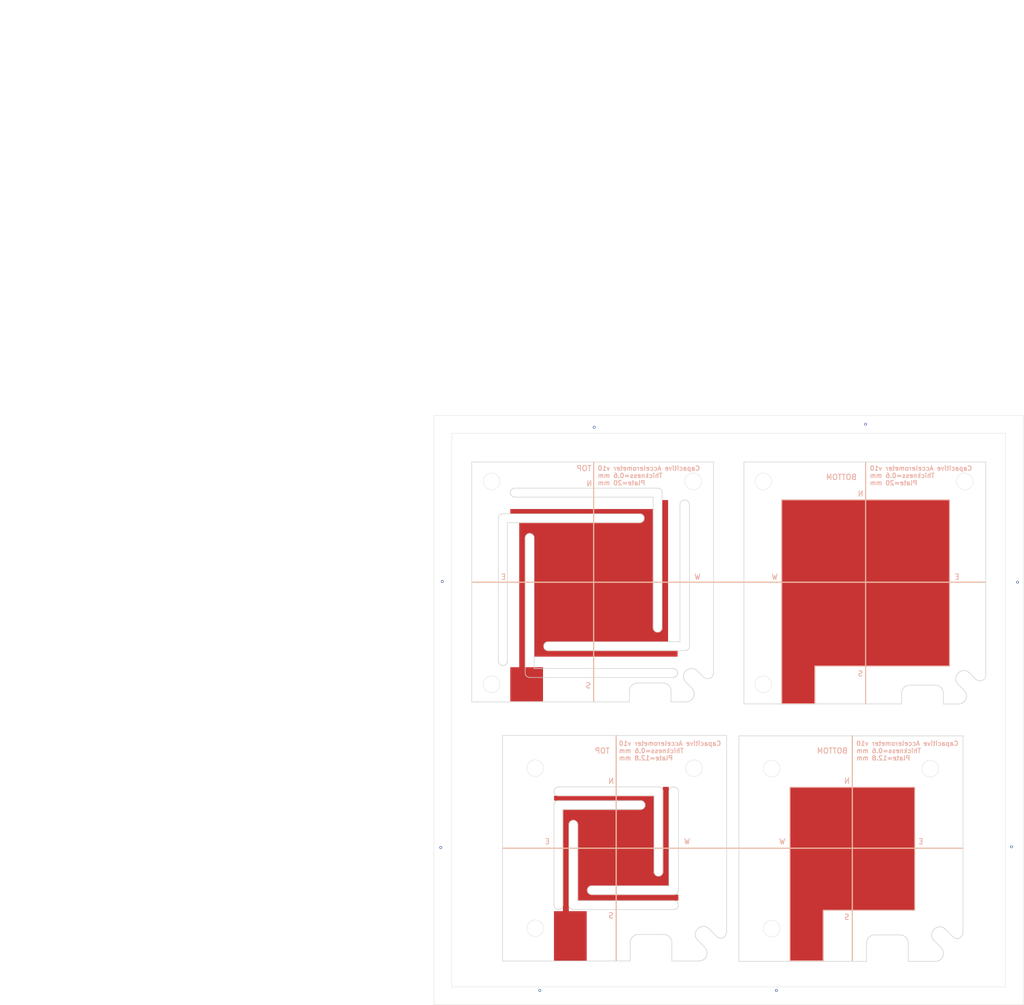
<source format=kicad_pcb>
(kicad_pcb (version 20171130) (host pcbnew "(5.1.0)-1")

  (general
    (thickness 1.6)
    (drawings 771)
    (tracks 8)
    (zones 0)
    (modules 10)
    (nets 1)
  )

  (page A4)
  (layers
    (0 Top signal)
    (31 Bottom signal)
    (32 B.Adhes user)
    (33 F.Adhes user)
    (34 B.Paste user)
    (35 F.Paste user)
    (36 B.SilkS user)
    (37 F.SilkS user)
    (38 B.Mask user)
    (39 F.Mask user hide)
    (40 Dwgs.User user)
    (41 Cmts.User user)
    (42 Eco1.User user)
    (43 Eco2.User user)
    (44 Edge.Cuts user)
    (45 Margin user)
    (46 B.CrtYd user)
    (47 F.CrtYd user)
    (48 B.Fab user)
    (49 F.Fab user)
  )

  (setup
    (last_trace_width 0.1524)
    (user_trace_width 0.1524)
    (user_trace_width 0.254)
    (user_trace_width 0.381)
    (user_trace_width 0.508)
    (user_trace_width 0.1524)
    (user_trace_width 0.254)
    (user_trace_width 0.381)
    (user_trace_width 0.508)
    (user_trace_width 0.1524)
    (user_trace_width 0.254)
    (user_trace_width 0.381)
    (user_trace_width 0.508)
    (user_trace_width 0.1524)
    (user_trace_width 0.254)
    (user_trace_width 0.381)
    (user_trace_width 0.508)
    (user_trace_width 0.1524)
    (user_trace_width 0.254)
    (user_trace_width 0.381)
    (user_trace_width 0.508)
    (user_trace_width 0.1524)
    (user_trace_width 0.254)
    (user_trace_width 0.381)
    (user_trace_width 0.508)
    (user_trace_width 0.1524)
    (user_trace_width 0.254)
    (user_trace_width 0.381)
    (user_trace_width 0.508)
    (user_trace_width 0.1524)
    (user_trace_width 0.254)
    (user_trace_width 0.381)
    (user_trace_width 0.508)
    (user_trace_width 0.1524)
    (user_trace_width 0.254)
    (user_trace_width 0.381)
    (user_trace_width 0.508)
    (user_trace_width 0.1524)
    (user_trace_width 0.254)
    (user_trace_width 0.381)
    (user_trace_width 0.508)
    (user_trace_width 0.1524)
    (user_trace_width 0.254)
    (user_trace_width 0.381)
    (user_trace_width 0.508)
    (user_trace_width 0.1524)
    (user_trace_width 0.254)
    (user_trace_width 0.381)
    (user_trace_width 0.508)
    (user_trace_width 0.1524)
    (user_trace_width 0.254)
    (user_trace_width 0.381)
    (user_trace_width 0.508)
    (trace_clearance 0.127)
    (zone_clearance 0)
    (zone_45_only no)
    (trace_min 0.1524)
    (via_size 0.4572)
    (via_drill 0.254)
    (via_min_size 0.4)
    (via_min_drill 0.254)
    (user_via 0.4572 0.254)
    (user_via 0.4572 0.254)
    (user_via 0.4572 0.254)
    (user_via 0.4572 0.254)
    (user_via 0.4572 0.254)
    (user_via 0.4572 0.254)
    (user_via 0.4572 0.254)
    (user_via 0.4572 0.254)
    (user_via 0.4572 0.254)
    (user_via 0.4572 0.254)
    (user_via 0.4572 0.254)
    (user_via 0.4572 0.254)
    (user_via 0.4572 0.254)
    (uvia_size 0.3)
    (uvia_drill 0.1)
    (uvias_allowed no)
    (uvia_min_size 0.2)
    (uvia_min_drill 0.1)
    (edge_width 0.15)
    (segment_width 0.2)
    (pcb_text_width 0.3)
    (pcb_text_size 1.5 1.5)
    (mod_edge_width 0.15)
    (mod_text_size 1 1)
    (mod_text_width 0.15)
    (pad_size 3.300001 3.300001)
    (pad_drill 0)
    (pad_to_mask_clearance 0)
    (solder_mask_min_width 0.25)
    (aux_axis_origin 0 0)
    (visible_elements 7FFFBE3F)
    (pcbplotparams
      (layerselection 0x010fc_ffffffff)
      (usegerberextensions false)
      (usegerberattributes true)
      (usegerberadvancedattributes false)
      (creategerberjobfile false)
      (excludeedgelayer false)
      (linewidth 0.100000)
      (plotframeref false)
      (viasonmask false)
      (mode 1)
      (useauxorigin true)
      (hpglpennumber 1)
      (hpglpenspeed 20)
      (hpglpendiameter 15.000000)
      (psnegative false)
      (psa4output false)
      (plotreference true)
      (plotvalue true)
      (plotinvisibletext false)
      (padsonsilk false)
      (subtractmaskfromsilk false)
      (outputformat 1)
      (mirror false)
      (drillshape 0)
      (scaleselection 1)
      (outputdirectory "./gerber"))
  )

  (net 0 "")

  (net_class Default "This is the default net class."
    (clearance 0.127)
    (trace_width 0.1524)
    (via_dia 0.4572)
    (via_drill 0.254)
    (uvia_dia 0.3)
    (uvia_drill 0.1)
  )

  (module LOGO (layer Top) (tedit 5CDA4A2E) (tstamp 5CD9BC7C)
    (at 140.71516 97.90048)
    (fp_text reference G*** (at 0 0) (layer F.SilkS) hide
      (effects (font (size 1.524 1.524) (thickness 0.3)))
    )
    (fp_text value LOGO (at 0.75 0) (layer F.SilkS) hide
      (effects (font (size 1.524 1.524) (thickness 0.3)))
    )
    (fp_poly (pts (xy 13.1572 12.5) (xy -9.4361 12.5) (xy -9.4361 18.923) (xy -14.9225 18.923)
      (xy -14.9225 -15.3035) (xy 13.1572 -15.3035)) (layer Top) (width 0.01))
  )

  (module LOGO (layer Top) (tedit 5CDA4A07) (tstamp 5CDA88DC)
    (at 96.67748 95.8215)
    (fp_text reference G*** (at 0 0) (layer F.SilkS) hide
      (effects (font (size 1.524 1.524) (thickness 0.3)))
    )
    (fp_text value LOGO (at 0.75 0) (layer F.SilkS) hide
      (effects (font (size 1.524 1.524) (thickness 0.3)))
    )
    (fp_poly (pts (xy 9.9568 10.5664) (xy -0.149225 10.56662) (xy -0.764037 10.566638) (xy -1.353954 10.566663)
      (xy -1.919482 10.566698) (xy -2.461128 10.566743) (xy -2.979396 10.566799) (xy -3.474793 10.566867)
      (xy -3.947823 10.566948) (xy -4.398994 10.567043) (xy -4.828809 10.567152) (xy -5.237776 10.567278)
      (xy -5.6264 10.567419) (xy -5.995186 10.567579) (xy -6.344641 10.567757) (xy -6.675269 10.567954)
      (xy -6.987577 10.568172) (xy -7.28207 10.568412) (xy -7.559253 10.568673) (xy -7.819634 10.568958)
      (xy -8.063716 10.569267) (xy -8.292007 10.569601) (xy -8.505011 10.569961) (xy -8.703234 10.570348)
      (xy -8.887182 10.570762) (xy -9.057361 10.571206) (xy -9.214276 10.57168) (xy -9.358434 10.572184)
      (xy -9.490338 10.57272) (xy -9.610497 10.573288) (xy -9.719414 10.57389) (xy -9.817596 10.574526)
      (xy -9.905548 10.575198) (xy -9.983776 10.575906) (xy -10.052786 10.576651) (xy -10.113084 10.577435)
      (xy -10.165175 10.578258) (xy -10.209564 10.57912) (xy -10.246758 10.580024) (xy -10.277262 10.58097)
      (xy -10.301581 10.581958) (xy -10.320223 10.582991) (xy -10.333691 10.584068) (xy -10.342493 10.585191)
      (xy -10.34415 10.585505) (xy -10.47282 10.625007) (xy -10.590265 10.685853) (xy -10.694432 10.7657)
      (xy -10.783269 10.862208) (xy -10.854725 10.973034) (xy -10.906747 11.095836) (xy -10.937284 11.228274)
      (xy -10.941774 11.267541) (xy -10.940665 11.391526) (xy -10.917135 11.517078) (xy -10.873272 11.639088)
      (xy -10.81116 11.752446) (xy -10.732888 11.852041) (xy -10.684038 11.898815) (xy -10.627764 11.940031)
      (xy -10.556794 11.981736) (xy -10.479986 12.019508) (xy -10.406201 12.048928) (xy -10.35305 12.06395)
      (xy -10.340142 12.064823) (xy -10.30995 12.065664) (xy -10.262222 12.066474) (xy -10.196705 12.067253)
      (xy -10.113146 12.068) (xy -10.011292 12.068718) (xy -9.89089 12.069405) (xy -9.751686 12.070062)
      (xy -9.593429 12.070689) (xy -9.415864 12.071287) (xy -9.218739 12.071857) (xy -9.001801 12.072397)
      (xy -8.764796 12.07291) (xy -8.507473 12.073394) (xy -8.229577 12.073851) (xy -7.930855 12.07428)
      (xy -7.611056 12.074683) (xy -7.269925 12.075058) (xy -6.907209 12.075407) (xy -6.522657 12.07573)
      (xy -6.116013 12.076028) (xy -5.687027 12.076299) (xy -5.235444 12.076546) (xy -4.761012 12.076768)
      (xy -4.263477 12.076965) (xy -3.742587 12.077138) (xy -3.198088 12.077288) (xy -2.629727 12.077413)
      (xy -2.037253 12.077516) (xy -1.42041 12.077595) (xy -0.778947 12.077652) (xy -0.112611 12.077687)
      (xy 0.578853 12.077699) (xy 0.635625 12.0777) (xy 11.557 12.0777) (xy 11.557 13.0683)
      (xy -12.5349 13.0683) (xy -12.5349 3.048625) (xy -12.534912 2.387226) (xy -12.534947 1.75095)
      (xy -12.535006 1.139515) (xy -12.535089 0.552645) (xy -12.535196 -0.009941) (xy -12.535329 -0.54852)
      (xy -12.535486 -1.063372) (xy -12.53567 -1.554774) (xy -12.535879 -2.023007) (xy -12.536115 -2.468348)
      (xy -12.536378 -2.891077) (xy -12.536668 -3.291472) (xy -12.536986 -3.669811) (xy -12.537332 -4.026374)
      (xy -12.537706 -4.36144) (xy -12.538108 -4.675286) (xy -12.53854 -4.968192) (xy -12.539002 -5.240437)
      (xy -12.539493 -5.492299) (xy -12.540015 -5.724057) (xy -12.540567 -5.935989) (xy -12.54115 -6.128375)
      (xy -12.541765 -6.301493) (xy -12.542412 -6.455622) (xy -12.543091 -6.591041) (xy -12.543802 -6.708028)
      (xy -12.544547 -6.806862) (xy -12.545324 -6.887822) (xy -12.546136 -6.951187) (xy -12.546981 -6.997235)
      (xy -12.547862 -7.026245) (xy -12.548745 -7.03835) (xy -12.581209 -7.143951) (xy -12.633501 -7.250131)
      (xy -12.701398 -7.349299) (xy -12.755443 -7.409972) (xy -12.858819 -7.497001) (xy -12.970472 -7.56178)
      (xy -13.087899 -7.605057) (xy -13.208596 -7.627582) (xy -13.330061 -7.630103) (xy -13.449791 -7.61337)
      (xy -13.565283 -7.57813) (xy -13.674034 -7.525134) (xy -13.773541 -7.45513) (xy -13.861302 -7.368867)
      (xy -13.934813 -7.267093) (xy -13.991572 -7.150558) (xy -14.027159 -7.02945) (xy -14.028249 -7.022007)
      (xy -14.029298 -7.009982) (xy -14.030304 -6.99289) (xy -14.03127 -6.970246) (xy -14.032196 -6.941562)
      (xy -14.033082 -6.906353) (xy -14.03393 -6.864133) (xy -14.034741 -6.814416) (xy -14.035515 -6.756716)
      (xy -14.036253 -6.690546) (xy -14.036957 -6.615421) (xy -14.037626 -6.530855) (xy -14.038262 -6.436361)
      (xy -14.038865 -6.331453) (xy -14.039436 -6.215646) (xy -14.039977 -6.088453) (xy -14.040488 -5.949388)
      (xy -14.04097 -5.797965) (xy -14.041423 -5.633698) (xy -14.041849 -5.456102) (xy -14.042248 -5.264689)
      (xy -14.042621 -5.058975) (xy -14.042969 -4.838472) (xy -14.043294 -4.602695) (xy -14.043594 -4.351157)
      (xy -14.043873 -4.083373) (xy -14.044129 -3.798857) (xy -14.044365 -3.497122) (xy -14.044581 -3.177683)
      (xy -14.044777 -2.840053) (xy -14.044955 -2.483747) (xy -14.045116 -2.108277) (xy -14.04526 -1.713159)
      (xy -14.045388 -1.297906) (xy -14.045502 -0.862032) (xy -14.045601 -0.405051) (xy -14.045686 0.073523)
      (xy -14.045759 0.574176) (xy -14.045821 1.097395) (xy -14.045872 1.643664) (xy -14.045912 2.213471)
      (xy -14.045944 2.807302) (xy -14.045967 3.425642) (xy -14.04598 3.959225) (xy -14.0462 14.859)
      (xy -11.049 14.859) (xy -11.049 20.574) (xy -16.5354 20.574) (xy -16.5354 14.859)
      (xy -15.0368 14.859) (xy -15.0368 -9.4234) (xy -4.864726 -9.4234) (xy -4.19829 -9.423412)
      (xy -3.556978 -9.423446) (xy -2.940512 -9.423504) (xy -2.348615 -9.423586) (xy -1.781011 -9.423692)
      (xy -1.237423 -9.423822) (xy -0.717574 -9.423977) (xy -0.221186 -9.424158) (xy 0.252016 -9.424364)
      (xy 0.702309 -9.424596) (xy 1.129972 -9.424855) (xy 1.535279 -9.42514) (xy 1.918509 -9.425452)
      (xy 2.279938 -9.425792) (xy 2.619843 -9.42616) (xy 2.9385 -9.426557) (xy 3.236188 -9.426981)
      (xy 3.513181 -9.427435) (xy 3.769758 -9.427919) (xy 4.006195 -9.428432) (xy 4.222769 -9.428975)
      (xy 4.419757 -9.429549) (xy 4.597436 -9.430153) (xy 4.756082 -9.430789) (xy 4.895973 -9.431457)
      (xy 5.017384 -9.432156) (xy 5.120594 -9.432888) (xy 5.205879 -9.433653) (xy 5.273516 -9.434451)
      (xy 5.323781 -9.435282) (xy 5.356952 -9.436148) (xy 5.373305 -9.437047) (xy 5.374649 -9.437245)
      (xy 5.480651 -9.469842) (xy 5.586981 -9.522305) (xy 5.686003 -9.590381) (xy 5.745598 -9.643755)
      (xy 5.832382 -9.747399) (xy 5.896938 -9.859306) (xy 5.940016 -9.976967) (xy 5.962366 -10.097873)
      (xy 5.964736 -10.219513) (xy 5.947876 -10.339379) (xy 5.912536 -10.454961) (xy 5.859464 -10.563749)
      (xy 5.789411 -10.663234) (xy 5.703126 -10.750906) (xy 5.601359 -10.824257) (xy 5.484858 -10.880776)
      (xy 5.36575 -10.915659) (xy 5.358307 -10.916749) (xy 5.346284 -10.917797) (xy 5.329194 -10.918803)
      (xy 5.306552 -10.919769) (xy 5.277872 -10.920694) (xy 5.242667 -10.921581) (xy 5.200451 -10.922429)
      (xy 5.15074 -10.923239) (xy 5.093046 -10.924013) (xy 5.026885 -10.924751) (xy 4.951769 -10.925454)
      (xy 4.867214 -10.926123) (xy 4.772733 -10.926759) (xy 4.66784 -10.927362) (xy 4.552049 -10.927934)
      (xy 4.424875 -10.928475) (xy 4.285831 -10.928986) (xy 4.134432 -10.929467) (xy 3.970191 -10.929921)
      (xy 3.792624 -10.930346) (xy 3.601243 -10.930745) (xy 3.395563 -10.931119) (xy 3.175098 -10.931467)
      (xy 2.939362 -10.931791) (xy 2.687869 -10.932092) (xy 2.420134 -10.932371) (xy 2.135669 -10.932627)
      (xy 1.833991 -10.932863) (xy 1.514611 -10.933079) (xy 1.177045 -10.933276) (xy 0.820807 -10.933454)
      (xy 0.44541 -10.933615) (xy 0.05037 -10.933759) (xy -0.364801 -10.933887) (xy -0.800588 -10.934001)
      (xy -1.257477 -10.9341) (xy -1.735954 -10.934185) (xy -2.236505 -10.934259) (xy -2.759615 -10.93432)
      (xy -3.305771 -10.934371) (xy -3.875459 -10.934412) (xy -4.469164 -10.934443) (xy -5.087373 -10.934466)
      (xy -5.629275 -10.93448) (xy -16.5354 -10.9347) (xy -16.5354 -11.7221) (xy 7.4549 -11.7221)
      (xy 7.45512 -1.711325) (xy 7.455138 -1.099214) (xy 7.455164 -0.511995) (xy 7.455199 0.050838)
      (xy 7.455245 0.589793) (xy 7.455302 1.105378) (xy 7.455372 1.598098) (xy 7.455454 2.068463)
      (xy 7.455551 2.516979) (xy 7.455662 2.944153) (xy 7.45579 3.350493) (xy 7.455935 3.736507)
      (xy 7.456097 4.1027) (xy 7.456278 4.449581) (xy 7.456479 4.777657) (xy 7.456701 5.087435)
      (xy 7.456945 5.379423) (xy 7.457211 5.654128) (xy 7.457501 5.912057) (xy 7.457815 6.153717)
      (xy 7.458154 6.379616) (xy 7.45852 6.590261) (xy 7.458914 6.78616) (xy 7.459335 6.967819)
      (xy 7.459786 7.135746) (xy 7.460267 7.290449) (xy 7.460779 7.432434) (xy 7.461323 7.562209)
      (xy 7.4619 7.680281) (xy 7.462511 7.787158) (xy 7.463157 7.883346) (xy 7.463839 7.969354)
      (xy 7.464558 8.045688) (xy 7.465314 8.112856) (xy 7.466109 8.171364) (xy 7.466944 8.221722)
      (xy 7.467819 8.264434) (xy 7.468735 8.30001) (xy 7.469694 8.328956) (xy 7.470697 8.351779)
      (xy 7.471744 8.368987) (xy 7.472836 8.381088) (xy 7.473923 8.38835) (xy 7.512599 8.513555)
      (xy 7.572634 8.628332) (xy 7.651377 8.730546) (xy 7.746181 8.818061) (xy 7.854395 8.888741)
      (xy 7.97337 8.940449) (xy 8.100455 8.971051) (xy 8.206494 8.9789) (xy 8.30108 8.974778)
      (xy 8.384589 8.960789) (xy 8.467511 8.934499) (xy 8.5471 8.899839) (xy 8.653655 8.835843)
      (xy 8.74994 8.75201) (xy 8.832474 8.652762) (xy 8.897779 8.542524) (xy 8.942375 8.425718)
      (xy 8.952355 8.384549) (xy 8.953237 8.371914) (xy 8.954086 8.342559) (xy 8.954903 8.296215)
      (xy 8.955688 8.232611) (xy 8.956442 8.151478) (xy 8.957165 8.052545) (xy 8.957857 7.935544)
      (xy 8.958519 7.800204) (xy 8.959151 7.646256) (xy 8.959753 7.473429) (xy 8.960325 7.281454)
      (xy 8.960869 7.070061) (xy 8.961384 6.838981) (xy 8.961871 6.587942) (xy 8.96233 6.316677)
      (xy 8.962761 6.024914) (xy 8.963165 5.712384) (xy 8.963542 5.378818) (xy 8.963892 5.023944)
      (xy 8.964216 4.647495) (xy 8.964514 4.249199) (xy 8.964787 3.828786) (xy 8.965035 3.385988)
      (xy 8.965257 2.920535) (xy 8.965455 2.432156) (xy 8.965629 1.920581) (xy 8.965779 1.385542)
      (xy 8.965906 0.826767) (xy 8.96601 0.243988) (xy 8.96609 -0.363066) (xy 8.966149 -0.994665)
      (xy 8.966185 -1.651077) (xy 8.966199 -2.332574) (xy 8.9662 -2.451726) (xy 8.9662 -13.2207)
      (xy 9.9568 -13.2207) (xy 9.9568 10.5664)) (layer Top) (width 0.01))
  )

  (module LOGO (layer Top) (tedit 0) (tstamp 0)
    (at 0 0)
    (fp_text reference G*** (at 0 0) (layer F.SilkS) hide
      (effects (font (size 1.524 1.524) (thickness 0.3)))
    )
    (fp_text value LOGO (at 0.75 0) (layer F.SilkS) hide
      (effects (font (size 1.524 1.524) (thickness 0.3)))
    )
  )

  (module LOGO (layer Top) (tedit 0) (tstamp 0)
    (at 96.67748 95.8215)
    (fp_text reference G*** (at 0 0) (layer F.SilkS) hide
      (effects (font (size 1.524 1.524) (thickness 0.3)))
    )
    (fp_text value LOGO (at 0.75 0) (layer F.SilkS) hide
      (effects (font (size 1.524 1.524) (thickness 0.3)))
    )
    (fp_poly (pts (xy 9.9568 10.5664) (xy -0.149225 10.56662) (xy -0.764037 10.566638) (xy -1.353954 10.566663)
      (xy -1.919482 10.566698) (xy -2.461128 10.566743) (xy -2.979396 10.566799) (xy -3.474793 10.566867)
      (xy -3.947823 10.566948) (xy -4.398994 10.567043) (xy -4.828809 10.567152) (xy -5.237776 10.567278)
      (xy -5.6264 10.567419) (xy -5.995186 10.567579) (xy -6.344641 10.567757) (xy -6.675269 10.567954)
      (xy -6.987577 10.568172) (xy -7.28207 10.568412) (xy -7.559253 10.568673) (xy -7.819634 10.568958)
      (xy -8.063716 10.569267) (xy -8.292007 10.569601) (xy -8.505011 10.569961) (xy -8.703234 10.570348)
      (xy -8.887182 10.570762) (xy -9.057361 10.571206) (xy -9.214276 10.57168) (xy -9.358434 10.572184)
      (xy -9.490338 10.57272) (xy -9.610497 10.573288) (xy -9.719414 10.57389) (xy -9.817596 10.574526)
      (xy -9.905548 10.575198) (xy -9.983776 10.575906) (xy -10.052786 10.576651) (xy -10.113084 10.577435)
      (xy -10.165175 10.578258) (xy -10.209564 10.57912) (xy -10.246758 10.580024) (xy -10.277262 10.58097)
      (xy -10.301581 10.581958) (xy -10.320223 10.582991) (xy -10.333691 10.584068) (xy -10.342493 10.585191)
      (xy -10.34415 10.585505) (xy -10.47282 10.625007) (xy -10.590265 10.685853) (xy -10.694432 10.7657)
      (xy -10.783269 10.862208) (xy -10.854725 10.973034) (xy -10.906747 11.095836) (xy -10.937284 11.228274)
      (xy -10.941774 11.267541) (xy -10.940665 11.391526) (xy -10.917135 11.517078) (xy -10.873272 11.639088)
      (xy -10.81116 11.752446) (xy -10.732888 11.852041) (xy -10.684038 11.898815) (xy -10.627764 11.940031)
      (xy -10.556794 11.981736) (xy -10.479986 12.019508) (xy -10.406201 12.048928) (xy -10.35305 12.06395)
      (xy -10.340142 12.064823) (xy -10.30995 12.065664) (xy -10.262222 12.066474) (xy -10.196705 12.067253)
      (xy -10.113146 12.068) (xy -10.011292 12.068718) (xy -9.89089 12.069405) (xy -9.751686 12.070062)
      (xy -9.593429 12.070689) (xy -9.415864 12.071287) (xy -9.218739 12.071857) (xy -9.001801 12.072397)
      (xy -8.764796 12.07291) (xy -8.507473 12.073394) (xy -8.229577 12.073851) (xy -7.930855 12.07428)
      (xy -7.611056 12.074683) (xy -7.269925 12.075058) (xy -6.907209 12.075407) (xy -6.522657 12.07573)
      (xy -6.116013 12.076028) (xy -5.687027 12.076299) (xy -5.235444 12.076546) (xy -4.761012 12.076768)
      (xy -4.263477 12.076965) (xy -3.742587 12.077138) (xy -3.198088 12.077288) (xy -2.629727 12.077413)
      (xy -2.037253 12.077516) (xy -1.42041 12.077595) (xy -0.778947 12.077652) (xy -0.112611 12.077687)
      (xy 0.578853 12.077699) (xy 0.635625 12.0777) (xy 11.557 12.0777) (xy 11.557 13.0683)
      (xy -12.5349 13.0683) (xy -12.5349 3.048625) (xy -12.534912 2.387226) (xy -12.534947 1.75095)
      (xy -12.535006 1.139515) (xy -12.535089 0.552645) (xy -12.535196 -0.009941) (xy -12.535329 -0.54852)
      (xy -12.535486 -1.063372) (xy -12.53567 -1.554774) (xy -12.535879 -2.023007) (xy -12.536115 -2.468348)
      (xy -12.536378 -2.891077) (xy -12.536668 -3.291472) (xy -12.536986 -3.669811) (xy -12.537332 -4.026374)
      (xy -12.537706 -4.36144) (xy -12.538108 -4.675286) (xy -12.53854 -4.968192) (xy -12.539002 -5.240437)
      (xy -12.539493 -5.492299) (xy -12.540015 -5.724057) (xy -12.540567 -5.935989) (xy -12.54115 -6.128375)
      (xy -12.541765 -6.301493) (xy -12.542412 -6.455622) (xy -12.543091 -6.591041) (xy -12.543802 -6.708028)
      (xy -12.544547 -6.806862) (xy -12.545324 -6.887822) (xy -12.546136 -6.951187) (xy -12.546981 -6.997235)
      (xy -12.547862 -7.026245) (xy -12.548745 -7.03835) (xy -12.581209 -7.143951) (xy -12.633501 -7.250131)
      (xy -12.701398 -7.349299) (xy -12.755443 -7.409972) (xy -12.858819 -7.497001) (xy -12.970472 -7.56178)
      (xy -13.087899 -7.605057) (xy -13.208596 -7.627582) (xy -13.330061 -7.630103) (xy -13.449791 -7.61337)
      (xy -13.565283 -7.57813) (xy -13.674034 -7.525134) (xy -13.773541 -7.45513) (xy -13.861302 -7.368867)
      (xy -13.934813 -7.267093) (xy -13.991572 -7.150558) (xy -14.027159 -7.02945) (xy -14.028249 -7.022007)
      (xy -14.029298 -7.009982) (xy -14.030304 -6.99289) (xy -14.03127 -6.970246) (xy -14.032196 -6.941562)
      (xy -14.033082 -6.906353) (xy -14.03393 -6.864133) (xy -14.034741 -6.814416) (xy -14.035515 -6.756716)
      (xy -14.036253 -6.690546) (xy -14.036957 -6.615421) (xy -14.037626 -6.530855) (xy -14.038262 -6.436361)
      (xy -14.038865 -6.331453) (xy -14.039436 -6.215646) (xy -14.039977 -6.088453) (xy -14.040488 -5.949388)
      (xy -14.04097 -5.797965) (xy -14.041423 -5.633698) (xy -14.041849 -5.456102) (xy -14.042248 -5.264689)
      (xy -14.042621 -5.058975) (xy -14.042969 -4.838472) (xy -14.043294 -4.602695) (xy -14.043594 -4.351157)
      (xy -14.043873 -4.083373) (xy -14.044129 -3.798857) (xy -14.044365 -3.497122) (xy -14.044581 -3.177683)
      (xy -14.044777 -2.840053) (xy -14.044955 -2.483747) (xy -14.045116 -2.108277) (xy -14.04526 -1.713159)
      (xy -14.045388 -1.297906) (xy -14.045502 -0.862032) (xy -14.045601 -0.405051) (xy -14.045686 0.073523)
      (xy -14.045759 0.574176) (xy -14.045821 1.097395) (xy -14.045872 1.643664) (xy -14.045912 2.213471)
      (xy -14.045944 2.807302) (xy -14.045967 3.425642) (xy -14.04598 3.959225) (xy -14.0462 14.859)
      (xy -11.049 14.859) (xy -11.049 23.2156) (xy -16.5354 23.2156) (xy -16.5354 14.859)
      (xy -15.0368 14.859) (xy -15.0368 -9.4234) (xy -4.864726 -9.4234) (xy -4.19829 -9.423412)
      (xy -3.556978 -9.423446) (xy -2.940512 -9.423504) (xy -2.348615 -9.423586) (xy -1.781011 -9.423692)
      (xy -1.237423 -9.423822) (xy -0.717574 -9.423977) (xy -0.221186 -9.424158) (xy 0.252016 -9.424364)
      (xy 0.702309 -9.424596) (xy 1.129972 -9.424855) (xy 1.535279 -9.42514) (xy 1.918509 -9.425452)
      (xy 2.279938 -9.425792) (xy 2.619843 -9.42616) (xy 2.9385 -9.426557) (xy 3.236188 -9.426981)
      (xy 3.513181 -9.427435) (xy 3.769758 -9.427919) (xy 4.006195 -9.428432) (xy 4.222769 -9.428975)
      (xy 4.419757 -9.429549) (xy 4.597436 -9.430153) (xy 4.756082 -9.430789) (xy 4.895973 -9.431457)
      (xy 5.017384 -9.432156) (xy 5.120594 -9.432888) (xy 5.205879 -9.433653) (xy 5.273516 -9.434451)
      (xy 5.323781 -9.435282) (xy 5.356952 -9.436148) (xy 5.373305 -9.437047) (xy 5.374649 -9.437245)
      (xy 5.480651 -9.469842) (xy 5.586981 -9.522305) (xy 5.686003 -9.590381) (xy 5.745598 -9.643755)
      (xy 5.832382 -9.747399) (xy 5.896938 -9.859306) (xy 5.940016 -9.976967) (xy 5.962366 -10.097873)
      (xy 5.964736 -10.219513) (xy 5.947876 -10.339379) (xy 5.912536 -10.454961) (xy 5.859464 -10.563749)
      (xy 5.789411 -10.663234) (xy 5.703126 -10.750906) (xy 5.601359 -10.824257) (xy 5.484858 -10.880776)
      (xy 5.36575 -10.915659) (xy 5.358307 -10.916749) (xy 5.346284 -10.917797) (xy 5.329194 -10.918803)
      (xy 5.306552 -10.919769) (xy 5.277872 -10.920694) (xy 5.242667 -10.921581) (xy 5.200451 -10.922429)
      (xy 5.15074 -10.923239) (xy 5.093046 -10.924013) (xy 5.026885 -10.924751) (xy 4.951769 -10.925454)
      (xy 4.867214 -10.926123) (xy 4.772733 -10.926759) (xy 4.66784 -10.927362) (xy 4.552049 -10.927934)
      (xy 4.424875 -10.928475) (xy 4.285831 -10.928986) (xy 4.134432 -10.929467) (xy 3.970191 -10.929921)
      (xy 3.792624 -10.930346) (xy 3.601243 -10.930745) (xy 3.395563 -10.931119) (xy 3.175098 -10.931467)
      (xy 2.939362 -10.931791) (xy 2.687869 -10.932092) (xy 2.420134 -10.932371) (xy 2.135669 -10.932627)
      (xy 1.833991 -10.932863) (xy 1.514611 -10.933079) (xy 1.177045 -10.933276) (xy 0.820807 -10.933454)
      (xy 0.44541 -10.933615) (xy 0.05037 -10.933759) (xy -0.364801 -10.933887) (xy -0.800588 -10.934001)
      (xy -1.257477 -10.9341) (xy -1.735954 -10.934185) (xy -2.236505 -10.934259) (xy -2.759615 -10.93432)
      (xy -3.305771 -10.934371) (xy -3.875459 -10.934412) (xy -4.469164 -10.934443) (xy -5.087373 -10.934466)
      (xy -5.629275 -10.93448) (xy -16.5354 -10.9347) (xy -16.5354 -11.7221) (xy 7.4549 -11.7221)
      (xy 7.45512 -1.711325) (xy 7.455138 -1.099214) (xy 7.455164 -0.511995) (xy 7.455199 0.050838)
      (xy 7.455245 0.589793) (xy 7.455302 1.105378) (xy 7.455372 1.598098) (xy 7.455454 2.068463)
      (xy 7.455551 2.516979) (xy 7.455662 2.944153) (xy 7.45579 3.350493) (xy 7.455935 3.736507)
      (xy 7.456097 4.1027) (xy 7.456278 4.449581) (xy 7.456479 4.777657) (xy 7.456701 5.087435)
      (xy 7.456945 5.379423) (xy 7.457211 5.654128) (xy 7.457501 5.912057) (xy 7.457815 6.153717)
      (xy 7.458154 6.379616) (xy 7.45852 6.590261) (xy 7.458914 6.78616) (xy 7.459335 6.967819)
      (xy 7.459786 7.135746) (xy 7.460267 7.290449) (xy 7.460779 7.432434) (xy 7.461323 7.562209)
      (xy 7.4619 7.680281) (xy 7.462511 7.787158) (xy 7.463157 7.883346) (xy 7.463839 7.969354)
      (xy 7.464558 8.045688) (xy 7.465314 8.112856) (xy 7.466109 8.171364) (xy 7.466944 8.221722)
      (xy 7.467819 8.264434) (xy 7.468735 8.30001) (xy 7.469694 8.328956) (xy 7.470697 8.351779)
      (xy 7.471744 8.368987) (xy 7.472836 8.381088) (xy 7.473923 8.38835) (xy 7.512599 8.513555)
      (xy 7.572634 8.628332) (xy 7.651377 8.730546) (xy 7.746181 8.818061) (xy 7.854395 8.888741)
      (xy 7.97337 8.940449) (xy 8.100455 8.971051) (xy 8.206494 8.9789) (xy 8.30108 8.974778)
      (xy 8.384589 8.960789) (xy 8.467511 8.934499) (xy 8.5471 8.899839) (xy 8.653655 8.835843)
      (xy 8.74994 8.75201) (xy 8.832474 8.652762) (xy 8.897779 8.542524) (xy 8.942375 8.425718)
      (xy 8.952355 8.384549) (xy 8.953237 8.371914) (xy 8.954086 8.342559) (xy 8.954903 8.296215)
      (xy 8.955688 8.232611) (xy 8.956442 8.151478) (xy 8.957165 8.052545) (xy 8.957857 7.935544)
      (xy 8.958519 7.800204) (xy 8.959151 7.646256) (xy 8.959753 7.473429) (xy 8.960325 7.281454)
      (xy 8.960869 7.070061) (xy 8.961384 6.838981) (xy 8.961871 6.587942) (xy 8.96233 6.316677)
      (xy 8.962761 6.024914) (xy 8.963165 5.712384) (xy 8.963542 5.378818) (xy 8.963892 5.023944)
      (xy 8.964216 4.647495) (xy 8.964514 4.249199) (xy 8.964787 3.828786) (xy 8.965035 3.385988)
      (xy 8.965257 2.920535) (xy 8.965455 2.432156) (xy 8.965629 1.920581) (xy 8.965779 1.385542)
      (xy 8.965906 0.826767) (xy 8.96601 0.243988) (xy 8.96609 -0.363066) (xy 8.966149 -0.994665)
      (xy 8.966185 -1.651077) (xy 8.966199 -2.332574) (xy 8.9662 -2.451726) (xy 8.9662 -13.2207)
      (xy 9.9568 -13.2207) (xy 9.9568 10.5664)) (layer F.Mask) (width 0.01))
  )

  (module LOGO (layer Top) (tedit 0) (tstamp 0)
    (at 55.9 55.5)
    (fp_text reference G*** (at 0 0) (layer F.SilkS) hide
      (effects (font (size 1.524 1.524) (thickness 0.3)))
    )
    (fp_text value LOGO (at 0.75 0) (layer F.SilkS) hide
      (effects (font (size 1.524 1.524) (thickness 0.3)))
    )
  )

  (module LOGO (layer Top) (tedit 0) (tstamp 0)
    (at 43.688 1.4605)
    (fp_text reference G*** (at 0 0) (layer F.SilkS) hide
      (effects (font (size 1.524 1.524) (thickness 0.3)))
    )
    (fp_text value LOGO (at 0.75 0) (layer F.SilkS) hide
      (effects (font (size 1.524 1.524) (thickness 0.3)))
    )
  )

  (module LOGO (layer Top) (tedit 0) (tstamp 0)
    (at 140.71516 97.90048)
    (fp_text reference G*** (at 0 0) (layer F.SilkS) hide
      (effects (font (size 1.524 1.524) (thickness 0.3)))
    )
    (fp_text value LOGO (at 0.75 0) (layer F.SilkS) hide
      (effects (font (size 1.524 1.524) (thickness 0.3)))
    )
    (fp_poly (pts (xy 14.1605 13.7668) (xy -8.4455 13.7668) (xy -8.4455 21.1328) (xy -15.9258 21.1328)
      (xy -15.9258 -16.2941) (xy 14.1605 -16.2941) (xy 14.1605 13.7668)) (layer F.Mask) (width 0.01))
  )

  (module LOGO (layer Top) (tedit 0) (tstamp 0)
    (at -2.794 43.688)
    (fp_text reference G*** (at 0 0) (layer F.SilkS) hide
      (effects (font (size 1.524 1.524) (thickness 0.3)))
    )
    (fp_text value LOGO (at 0.75 0) (layer F.SilkS) hide
      (effects (font (size 1.524 1.524) (thickness 0.3)))
    )
  )

  (module LOGO (layer Top) (tedit 0) (tstamp 0)
    (at 122.428 141.732)
    (fp_text reference G*** (at 0 0) (layer F.SilkS) hide
      (effects (font (size 1.524 1.524) (thickness 0.3)))
    )
    (fp_text value LOGO (at 0.75 0) (layer F.SilkS) hide
      (effects (font (size 1.524 1.524) (thickness 0.3)))
    )
    (fp_poly (pts (xy 25.654 9.7155) (xy 10.2489 9.7155) (xy 10.2489 18.3515) (xy 4.7625 18.3515)
      (xy 4.7625 -10.8712) (xy 25.654 -10.8712) (xy 25.654 9.7155)) (layer Top) (width 0.01))
    (fp_poly (pts (xy -15.656718 -10.804525) (xy -15.656502 -10.783918) (xy -15.6563 -10.738598) (xy -15.656111 -10.66925)
      (xy -15.655936 -10.576563) (xy -15.655776 -10.461223) (xy -15.655629 -10.323916) (xy -15.655495 -10.165328)
      (xy -15.655376 -9.986148) (xy -15.655271 -9.787061) (xy -15.65518 -9.568755) (xy -15.655103 -9.331914)
      (xy -15.65504 -9.077228) (xy -15.654991 -8.805381) (xy -15.654956 -8.517062) (xy -15.654935 -8.212956)
      (xy -15.654929 -7.89375) (xy -15.654937 -7.560131) (xy -15.65496 -7.212785) (xy -15.654996 -6.852399)
      (xy -15.655047 -6.479661) (xy -15.655113 -6.095256) (xy -15.655193 -5.699871) (xy -15.655288 -5.294193)
      (xy -15.655397 -4.878909) (xy -15.655521 -4.454704) (xy -15.655659 -4.022267) (xy -15.655812 -3.582284)
      (xy -15.65598 -3.13544) (xy -15.656163 -2.682424) (xy -15.656238 -2.505075) (xy -15.659725 5.6515)
      (xy -22.190894 5.6515) (xy -22.682476 5.651506) (xy -23.149291 5.651526) (xy -23.59197 5.651561)
      (xy -24.011146 5.651614) (xy -24.407451 5.651685) (xy -24.781518 5.651778) (xy -25.133979 5.651893)
      (xy -25.465465 5.652033) (xy -25.776611 5.652199) (xy -26.068047 5.652393) (xy -26.340406 5.652617)
      (xy -26.59432 5.652873) (xy -26.830423 5.653162) (xy -27.049345 5.653487) (xy -27.251719 5.653849)
      (xy -27.438178 5.65425) (xy -27.609355 5.654691) (xy -27.76588 5.655175) (xy -27.908387 5.655703)
      (xy -28.037508 5.656278) (xy -28.153875 5.6569) (xy -28.25812 5.657573) (xy -28.350876 5.658296)
      (xy -28.432776 5.659074) (xy -28.50445 5.659906) (xy -28.566533 5.660795) (xy -28.619655 5.661743)
      (xy -28.66445 5.662752) (xy -28.70155 5.663823) (xy -28.731586 5.664959) (xy -28.755192 5.66616)
      (xy -28.772999 5.667429) (xy -28.78564 5.668768) (xy -28.793747 5.670178) (xy -28.794445 5.670352)
      (xy -28.919993 5.715664) (xy -29.03476 5.782043) (xy -29.136158 5.866793) (xy -29.221602 5.967221)
      (xy -29.288504 6.080633) (xy -29.334278 6.204334) (xy -29.343295 6.24205) (xy -29.36022 6.367844)
      (xy -29.355748 6.488196) (xy -29.337312 6.58373) (xy -29.293491 6.710889) (xy -29.229592 6.824607)
      (xy -29.150915 6.921295) (xy -29.066255 6.999813) (xy -28.974196 7.061719) (xy -28.866913 7.112069)
      (xy -28.839604 7.122421) (xy -28.74645 7.15645) (xy -14.0589 7.162972) (xy -14.0589 8.1407)
      (xy -30.9499 8.1407) (xy -30.950088 1.724025) (xy -30.950109 1.236453) (xy -30.950143 0.773644)
      (xy -30.950193 0.334961) (xy -30.95026 -0.080233) (xy -30.950347 -0.472576) (xy -30.950454 -0.842705)
      (xy -30.950584 -1.191256) (xy -30.950739 -1.518868) (xy -30.950921 -1.826176) (xy -30.951131 -2.113818)
      (xy -30.951371 -2.382432) (xy -30.951643 -2.632654) (xy -30.95195 -2.865122) (xy -30.952292 -3.080472)
      (xy -30.952672 -3.279343) (xy -30.953092 -3.46237) (xy -30.953552 -3.630191) (xy -30.954057 -3.783443)
      (xy -30.954606 -3.922764) (xy -30.955202 -4.04879) (xy -30.955848 -4.162159) (xy -30.956543 -4.263507)
      (xy -30.957292 -4.353473) (xy -30.958095 -4.432692) (xy -30.958954 -4.501802) (xy -30.959871 -4.561441)
      (xy -30.960848 -4.612245) (xy -30.961887 -4.654851) (xy -30.96299 -4.689897) (xy -30.964158 -4.71802)
      (xy -30.965394 -4.739856) (xy -30.966698 -4.756044) (xy -30.968074 -4.76722) (xy -30.969001 -4.772071)
      (xy -31.010235 -4.893785) (xy -31.073055 -5.007446) (xy -31.154348 -5.109939) (xy -31.250999 -5.198151)
      (xy -31.359894 -5.268967) (xy -31.477917 -5.319276) (xy -31.530939 -5.333883) (xy -31.576636 -5.341298)
      (xy -31.635949 -5.346747) (xy -31.697115 -5.349196) (xy -31.705551 -5.34924) (xy -31.841328 -5.339366)
      (xy -31.963777 -5.308872) (xy -32.076069 -5.256447) (xy -32.181373 -5.180785) (xy -32.235968 -5.130283)
      (xy -32.288816 -5.074817) (xy -32.327834 -5.026049) (xy -32.35936 -4.975234) (xy -32.384125 -4.925772)
      (xy -32.408819 -4.867549) (xy -32.430415 -4.807147) (xy -32.445119 -4.755442) (xy -32.447432 -4.744293)
      (xy -32.448501 -4.729627) (xy -32.449522 -4.697387) (xy -32.450496 -4.647272) (xy -32.451423 -4.578978)
      (xy -32.452304 -4.492204) (xy -32.45314 -4.386646) (xy -32.453931 -4.262002) (xy -32.454678 -4.11797)
      (xy -32.455381 -3.954247) (xy -32.45604 -3.770531) (xy -32.456658 -3.566519) (xy -32.457233 -3.341909)
      (xy -32.457767 -3.096398) (xy -32.458259 -2.829683) (xy -32.458712 -2.541463) (xy -32.459124 -2.231434)
      (xy -32.459498 -1.899295) (xy -32.459833 -1.544742) (xy -32.460129 -1.167474) (xy -32.460389 -0.767187)
      (xy -32.460611 -0.34358) (xy -32.460797 0.103651) (xy -32.460947 0.574807) (xy -32.461062 1.070192)
      (xy -32.461142 1.590108) (xy -32.461188 2.134857) (xy -32.4612 2.631232) (xy -32.4612 9.9314)
      (xy -29.464 9.9314) (xy -29.464 18.288) (xy -34.9504 18.288) (xy -34.9504 9.9314)
      (xy -33.4518 9.9314) (xy -33.4518 -7.137208) (xy -26.857325 -7.140479) (xy -26.368337 -7.140724)
      (xy -25.904098 -7.140961) (xy -25.46396 -7.141194) (xy -25.047273 -7.141425) (xy -24.653387 -7.141657)
      (xy -24.281653 -7.141893) (xy -23.93142 -7.142135) (xy -23.602039 -7.142385) (xy -23.292861 -7.142647)
      (xy -23.003236 -7.142922) (xy -22.732513 -7.143214) (xy -22.480044 -7.143526) (xy -22.245178 -7.143859)
      (xy -22.027266 -7.144217) (xy -21.825658 -7.144602) (xy -21.639705 -7.145017) (xy -21.468756 -7.145463)
      (xy -21.312163 -7.145945) (xy -21.169275 -7.146465) (xy -21.039442 -7.147025) (xy -20.922016 -7.147627)
      (xy -20.816345 -7.148275) (xy -20.721781 -7.148971) (xy -20.637674 -7.149718) (xy -20.563374 -7.150518)
      (xy -20.498232 -7.151374) (xy -20.441597 -7.152289) (xy -20.39282 -7.153265) (xy -20.351252 -7.154305)
      (xy -20.316242 -7.155411) (xy -20.287141 -7.156587) (xy -20.263299 -7.157834) (xy -20.244067 -7.159155)
      (xy -20.228795 -7.160553) (xy -20.216832 -7.162031) (xy -20.20753 -7.163592) (xy -20.200239 -7.165237)
      (xy -20.194309 -7.166969) (xy -20.193 -7.167403) (xy -20.057041 -7.224661) (xy -19.940377 -7.298035)
      (xy -19.842201 -7.388116) (xy -19.776523 -7.472467) (xy -19.722666 -7.562256) (xy -19.685762 -7.648277)
      (xy -19.662937 -7.739394) (xy -19.651319 -7.844473) (xy -19.650378 -7.861747) (xy -19.648149 -7.931231)
      (xy -19.649886 -7.985345) (xy -19.656471 -8.033932) (xy -19.668786 -8.086836) (xy -19.67144 -8.096697)
      (xy -19.71824 -8.22157) (xy -19.786282 -8.335703) (xy -19.872807 -8.436375) (xy -19.975056 -8.520866)
      (xy -20.090271 -8.586455) (xy -20.211544 -8.629376) (xy -20.218825 -8.630749) (xy -20.230051 -8.632056)
      (xy -20.245825 -8.6333) (xy -20.266748 -8.63448) (xy -20.293422 -8.6356) (xy -20.326447 -8.636661)
      (xy -20.366425 -8.637664) (xy -20.413958 -8.638611) (xy -20.469647 -8.639503) (xy -20.534094 -8.640342)
      (xy -20.6079 -8.64113) (xy -20.691666 -8.641868) (xy -20.785994 -8.642557) (xy -20.891486 -8.6432)
      (xy -21.008742 -8.643797) (xy -21.138365 -8.644351) (xy -21.280955 -8.644863) (xy -21.437115 -8.645335)
      (xy -21.607445 -8.645768) (xy -21.792548 -8.646163) (xy -21.993023 -8.646523) (xy -22.209474 -8.646848)
      (xy -22.442501 -8.647141) (xy -22.692707 -8.647403) (xy -22.960691 -8.647635) (xy -23.247056 -8.64784)
      (xy -23.552404 -8.648018) (xy -23.877335 -8.648172) (xy -24.222452 -8.648302) (xy -24.588355 -8.648411)
      (xy -24.975646 -8.6485) (xy -25.384926 -8.64857) (xy -25.816798 -8.648623) (xy -26.271861 -8.648662)
      (xy -26.750719 -8.648686) (xy -27.253972 -8.648698) (xy -27.605341 -8.6487) (xy -34.923444 -8.6487)
      (xy -34.929981 -8.702675) (xy -34.93199 -8.729792) (xy -34.934273 -8.778284) (xy -34.936694 -8.844134)
      (xy -34.939118 -8.92332) (xy -34.941409 -9.011822) (xy -34.943251 -9.096375) (xy -34.949984 -9.4361)
      (xy -18.161197 -9.4361) (xy -18.157924 -3.000375) (xy -18.15465 3.43535) (xy -18.115789 3.54386)
      (xy -18.056565 3.675218) (xy -17.979565 3.788444) (xy -17.884995 3.883343) (xy -17.773063 3.959721)
      (xy -17.643976 4.017383) (xy -17.595457 4.03291) (xy -17.521773 4.047341) (xy -17.433809 4.053841)
      (xy -17.341422 4.052388) (xy -17.254467 4.04296) (xy -17.21008 4.033746) (xy -17.085648 3.989093)
      (xy -16.971296 3.923169) (xy -16.869862 3.838792) (xy -16.784183 3.738782) (xy -16.717098 3.625958)
      (xy -16.671442 3.503139) (xy -16.669832 3.497016) (xy -16.668393 3.489883) (xy -16.667023 3.479509)
      (xy -16.665721 3.46528) (xy -16.664485 3.446583) (xy -16.663314 3.422806) (xy -16.662205 3.393335)
      (xy -16.661157 3.357557) (xy -16.660169 3.314859) (xy -16.659239 3.264628) (xy -16.658364 3.206251)
      (xy -16.657544 3.139115) (xy -16.656776 3.062607) (xy -16.65606 2.976113) (xy -16.655392 2.879021)
      (xy -16.654772 2.770717) (xy -16.654197 2.650588) (xy -16.653667 2.518022) (xy -16.653179 2.372405)
      (xy -16.652732 2.213125) (xy -16.652324 2.039567) (xy -16.651953 1.851119) (xy -16.651617 1.647168)
      (xy -16.651316 1.427101) (xy -16.651047 1.190304) (xy -16.650808 0.936165) (xy -16.650598 0.664071)
      (xy -16.650415 0.373408) (xy -16.650257 0.063563) (xy -16.650123 -0.266076) (xy -16.650011 -0.616123)
      (xy -16.64992 -0.987191) (xy -16.649847 -1.379893) (xy -16.64979 -1.794842) (xy -16.649749 -2.232652)
      (xy -16.649722 -2.693934) (xy -16.649706 -3.179303) (xy -16.649701 -3.689372) (xy -16.6497 -3.764209)
      (xy -16.6497 -10.9474) (xy -15.660685 -10.9474) (xy -15.656718 -10.804525)) (layer Top) (width 0.01))
  )

  (module LOGO (layer Top) (tedit 0) (tstamp 5CDA819F)
    (at 122.428 141.732)
    (fp_text reference G*** (at 0 0) (layer F.SilkS) hide
      (effects (font (size 1.524 1.524) (thickness 0.3)))
    )
    (fp_text value LOGO (at 0.75 0) (layer F.SilkS) hide
      (effects (font (size 1.524 1.524) (thickness 0.3)))
    )
    (fp_poly (pts (xy 26.6573 10.7061) (xy 11.2522 10.7061) (xy 11.2522 18.3515) (xy 3.7592 18.3515)
      (xy 3.7592 -11.8745) (xy 26.6573 -11.8745) (xy 26.6573 10.7061)) (layer F.Mask) (width 0.01))
    (fp_poly (pts (xy -15.656718 -10.804525) (xy -15.656502 -10.783918) (xy -15.6563 -10.738598) (xy -15.656111 -10.66925)
      (xy -15.655936 -10.576563) (xy -15.655776 -10.461223) (xy -15.655629 -10.323916) (xy -15.655495 -10.165328)
      (xy -15.655376 -9.986148) (xy -15.655271 -9.787061) (xy -15.65518 -9.568755) (xy -15.655103 -9.331914)
      (xy -15.65504 -9.077228) (xy -15.654991 -8.805381) (xy -15.654956 -8.517062) (xy -15.654935 -8.212956)
      (xy -15.654929 -7.89375) (xy -15.654937 -7.560131) (xy -15.65496 -7.212785) (xy -15.654996 -6.852399)
      (xy -15.655047 -6.479661) (xy -15.655113 -6.095256) (xy -15.655193 -5.699871) (xy -15.655288 -5.294193)
      (xy -15.655397 -4.878909) (xy -15.655521 -4.454704) (xy -15.655659 -4.022267) (xy -15.655812 -3.582284)
      (xy -15.65598 -3.13544) (xy -15.656163 -2.682424) (xy -15.656238 -2.505075) (xy -15.659725 5.6515)
      (xy -22.190894 5.6515) (xy -22.682476 5.651506) (xy -23.149291 5.651526) (xy -23.59197 5.651561)
      (xy -24.011146 5.651614) (xy -24.407451 5.651685) (xy -24.781518 5.651778) (xy -25.133979 5.651893)
      (xy -25.465465 5.652033) (xy -25.776611 5.652199) (xy -26.068047 5.652393) (xy -26.340406 5.652617)
      (xy -26.59432 5.652873) (xy -26.830423 5.653162) (xy -27.049345 5.653487) (xy -27.251719 5.653849)
      (xy -27.438178 5.65425) (xy -27.609355 5.654691) (xy -27.76588 5.655175) (xy -27.908387 5.655703)
      (xy -28.037508 5.656278) (xy -28.153875 5.6569) (xy -28.25812 5.657573) (xy -28.350876 5.658296)
      (xy -28.432776 5.659074) (xy -28.50445 5.659906) (xy -28.566533 5.660795) (xy -28.619655 5.661743)
      (xy -28.66445 5.662752) (xy -28.70155 5.663823) (xy -28.731586 5.664959) (xy -28.755192 5.66616)
      (xy -28.772999 5.667429) (xy -28.78564 5.668768) (xy -28.793747 5.670178) (xy -28.794445 5.670352)
      (xy -28.919993 5.715664) (xy -29.03476 5.782043) (xy -29.136158 5.866793) (xy -29.221602 5.967221)
      (xy -29.288504 6.080633) (xy -29.334278 6.204334) (xy -29.343295 6.24205) (xy -29.36022 6.367844)
      (xy -29.355748 6.488196) (xy -29.337312 6.58373) (xy -29.293491 6.710889) (xy -29.229592 6.824607)
      (xy -29.150915 6.921295) (xy -29.066255 6.999813) (xy -28.974196 7.061719) (xy -28.866913 7.112069)
      (xy -28.839604 7.122421) (xy -28.74645 7.15645) (xy -14.0589 7.162972) (xy -14.0589 8.1407)
      (xy -30.9499 8.1407) (xy -30.950088 1.724025) (xy -30.950109 1.236453) (xy -30.950143 0.773644)
      (xy -30.950193 0.334961) (xy -30.95026 -0.080233) (xy -30.950347 -0.472576) (xy -30.950454 -0.842705)
      (xy -30.950584 -1.191256) (xy -30.950739 -1.518868) (xy -30.950921 -1.826176) (xy -30.951131 -2.113818)
      (xy -30.951371 -2.382432) (xy -30.951643 -2.632654) (xy -30.95195 -2.865122) (xy -30.952292 -3.080472)
      (xy -30.952672 -3.279343) (xy -30.953092 -3.46237) (xy -30.953552 -3.630191) (xy -30.954057 -3.783443)
      (xy -30.954606 -3.922764) (xy -30.955202 -4.04879) (xy -30.955848 -4.162159) (xy -30.956543 -4.263507)
      (xy -30.957292 -4.353473) (xy -30.958095 -4.432692) (xy -30.958954 -4.501802) (xy -30.959871 -4.561441)
      (xy -30.960848 -4.612245) (xy -30.961887 -4.654851) (xy -30.96299 -4.689897) (xy -30.964158 -4.71802)
      (xy -30.965394 -4.739856) (xy -30.966698 -4.756044) (xy -30.968074 -4.76722) (xy -30.969001 -4.772071)
      (xy -31.010235 -4.893785) (xy -31.073055 -5.007446) (xy -31.154348 -5.109939) (xy -31.250999 -5.198151)
      (xy -31.359894 -5.268967) (xy -31.477917 -5.319276) (xy -31.530939 -5.333883) (xy -31.576636 -5.341298)
      (xy -31.635949 -5.346747) (xy -31.697115 -5.349196) (xy -31.705551 -5.34924) (xy -31.841328 -5.339366)
      (xy -31.963777 -5.308872) (xy -32.076069 -5.256447) (xy -32.181373 -5.180785) (xy -32.235968 -5.130283)
      (xy -32.288816 -5.074817) (xy -32.327834 -5.026049) (xy -32.35936 -4.975234) (xy -32.384125 -4.925772)
      (xy -32.408819 -4.867549) (xy -32.430415 -4.807147) (xy -32.445119 -4.755442) (xy -32.447432 -4.744293)
      (xy -32.448501 -4.729627) (xy -32.449522 -4.697387) (xy -32.450496 -4.647272) (xy -32.451423 -4.578978)
      (xy -32.452304 -4.492204) (xy -32.45314 -4.386646) (xy -32.453931 -4.262002) (xy -32.454678 -4.11797)
      (xy -32.455381 -3.954247) (xy -32.45604 -3.770531) (xy -32.456658 -3.566519) (xy -32.457233 -3.341909)
      (xy -32.457767 -3.096398) (xy -32.458259 -2.829683) (xy -32.458712 -2.541463) (xy -32.459124 -2.231434)
      (xy -32.459498 -1.899295) (xy -32.459833 -1.544742) (xy -32.460129 -1.167474) (xy -32.460389 -0.767187)
      (xy -32.460611 -0.34358) (xy -32.460797 0.103651) (xy -32.460947 0.574807) (xy -32.461062 1.070192)
      (xy -32.461142 1.590108) (xy -32.461188 2.134857) (xy -32.4612 2.631232) (xy -32.4612 9.9314)
      (xy -29.464 9.9314) (xy -29.464 18.288) (xy -34.9504 18.288) (xy -34.9504 9.9314)
      (xy -33.4518 9.9314) (xy -33.4518 -7.137208) (xy -26.857325 -7.140479) (xy -26.368337 -7.140724)
      (xy -25.904098 -7.140961) (xy -25.46396 -7.141194) (xy -25.047273 -7.141425) (xy -24.653387 -7.141657)
      (xy -24.281653 -7.141893) (xy -23.93142 -7.142135) (xy -23.602039 -7.142385) (xy -23.292861 -7.142647)
      (xy -23.003236 -7.142922) (xy -22.732513 -7.143214) (xy -22.480044 -7.143526) (xy -22.245178 -7.143859)
      (xy -22.027266 -7.144217) (xy -21.825658 -7.144602) (xy -21.639705 -7.145017) (xy -21.468756 -7.145463)
      (xy -21.312163 -7.145945) (xy -21.169275 -7.146465) (xy -21.039442 -7.147025) (xy -20.922016 -7.147627)
      (xy -20.816345 -7.148275) (xy -20.721781 -7.148971) (xy -20.637674 -7.149718) (xy -20.563374 -7.150518)
      (xy -20.498232 -7.151374) (xy -20.441597 -7.152289) (xy -20.39282 -7.153265) (xy -20.351252 -7.154305)
      (xy -20.316242 -7.155411) (xy -20.287141 -7.156587) (xy -20.263299 -7.157834) (xy -20.244067 -7.159155)
      (xy -20.228795 -7.160553) (xy -20.216832 -7.162031) (xy -20.20753 -7.163592) (xy -20.200239 -7.165237)
      (xy -20.194309 -7.166969) (xy -20.193 -7.167403) (xy -20.057041 -7.224661) (xy -19.940377 -7.298035)
      (xy -19.842201 -7.388116) (xy -19.776523 -7.472467) (xy -19.722666 -7.562256) (xy -19.685762 -7.648277)
      (xy -19.662937 -7.739394) (xy -19.651319 -7.844473) (xy -19.650378 -7.861747) (xy -19.648149 -7.931231)
      (xy -19.649886 -7.985345) (xy -19.656471 -8.033932) (xy -19.668786 -8.086836) (xy -19.67144 -8.096697)
      (xy -19.71824 -8.22157) (xy -19.786282 -8.335703) (xy -19.872807 -8.436375) (xy -19.975056 -8.520866)
      (xy -20.090271 -8.586455) (xy -20.211544 -8.629376) (xy -20.218825 -8.630749) (xy -20.230051 -8.632056)
      (xy -20.245825 -8.6333) (xy -20.266748 -8.63448) (xy -20.293422 -8.6356) (xy -20.326447 -8.636661)
      (xy -20.366425 -8.637664) (xy -20.413958 -8.638611) (xy -20.469647 -8.639503) (xy -20.534094 -8.640342)
      (xy -20.6079 -8.64113) (xy -20.691666 -8.641868) (xy -20.785994 -8.642557) (xy -20.891486 -8.6432)
      (xy -21.008742 -8.643797) (xy -21.138365 -8.644351) (xy -21.280955 -8.644863) (xy -21.437115 -8.645335)
      (xy -21.607445 -8.645768) (xy -21.792548 -8.646163) (xy -21.993023 -8.646523) (xy -22.209474 -8.646848)
      (xy -22.442501 -8.647141) (xy -22.692707 -8.647403) (xy -22.960691 -8.647635) (xy -23.247056 -8.64784)
      (xy -23.552404 -8.648018) (xy -23.877335 -8.648172) (xy -24.222452 -8.648302) (xy -24.588355 -8.648411)
      (xy -24.975646 -8.6485) (xy -25.384926 -8.64857) (xy -25.816798 -8.648623) (xy -26.271861 -8.648662)
      (xy -26.750719 -8.648686) (xy -27.253972 -8.648698) (xy -27.605341 -8.6487) (xy -34.923444 -8.6487)
      (xy -34.929981 -8.702675) (xy -34.93199 -8.729792) (xy -34.934273 -8.778284) (xy -34.936694 -8.844134)
      (xy -34.939118 -8.92332) (xy -34.941409 -9.011822) (xy -34.943251 -9.096375) (xy -34.949984 -9.4361)
      (xy -18.161197 -9.4361) (xy -18.157924 -3.000375) (xy -18.15465 3.43535) (xy -18.115789 3.54386)
      (xy -18.056565 3.675218) (xy -17.979565 3.788444) (xy -17.884995 3.883343) (xy -17.773063 3.959721)
      (xy -17.643976 4.017383) (xy -17.595457 4.03291) (xy -17.521773 4.047341) (xy -17.433809 4.053841)
      (xy -17.341422 4.052388) (xy -17.254467 4.04296) (xy -17.21008 4.033746) (xy -17.085648 3.989093)
      (xy -16.971296 3.923169) (xy -16.869862 3.838792) (xy -16.784183 3.738782) (xy -16.717098 3.625958)
      (xy -16.671442 3.503139) (xy -16.669832 3.497016) (xy -16.668393 3.489883) (xy -16.667023 3.479509)
      (xy -16.665721 3.46528) (xy -16.664485 3.446583) (xy -16.663314 3.422806) (xy -16.662205 3.393335)
      (xy -16.661157 3.357557) (xy -16.660169 3.314859) (xy -16.659239 3.264628) (xy -16.658364 3.206251)
      (xy -16.657544 3.139115) (xy -16.656776 3.062607) (xy -16.65606 2.976113) (xy -16.655392 2.879021)
      (xy -16.654772 2.770717) (xy -16.654197 2.650588) (xy -16.653667 2.518022) (xy -16.653179 2.372405)
      (xy -16.652732 2.213125) (xy -16.652324 2.039567) (xy -16.651953 1.851119) (xy -16.651617 1.647168)
      (xy -16.651316 1.427101) (xy -16.651047 1.190304) (xy -16.650808 0.936165) (xy -16.650598 0.664071)
      (xy -16.650415 0.373408) (xy -16.650257 0.063563) (xy -16.650123 -0.266076) (xy -16.650011 -0.616123)
      (xy -16.64992 -0.987191) (xy -16.649847 -1.379893) (xy -16.64979 -1.794842) (xy -16.649749 -2.232652)
      (xy -16.649722 -2.693934) (xy -16.649706 -3.179303) (xy -16.649701 -3.689372) (xy -16.6497 -3.764209)
      (xy -16.6497 -10.9474) (xy -15.660685 -10.9474) (xy -15.656718 -10.804525)) (layer F.Mask) (width 0.01))
  )

  (gr_arc (start 159.029691 111.963201) (end 158.289906 112.64032) (angle -129.0000067) (layer Edge.Cuts) (width 0.1) (tstamp 5CDAE79F))
  (gr_line (start 160.021473 112.111997) (end 160.02 76.2) (layer Edge.Cuts) (width 0.1) (tstamp 5CDAE798))
  (gr_arc (start 113.284 111.611204) (end 112.544215 112.288323) (angle -129.0000067) (layer Edge.Cuts) (width 0.1))
  (gr_line (start 135.636 116.078) (end 135.636 122.936) (layer Eco1.User) (width 0.1) (tstamp 5CDAE76A))
  (gr_line (start 92.3544 116.1288) (end 92.3544 122.9868) (layer Eco1.User) (width 0.1) (tstamp 5CDA8637))
  (gr_line (start 119.761 96.3676) (end 114.046 96.3676) (layer Eco1.User) (width 0.1) (tstamp 5CDA4D63))
  (gr_line (start 156.053765 111.264901) (end 156.304738 111.228055) (layer Edge.Cuts) (width 0.1) (tstamp 5CDAE4A3))
  (gr_line (start 157.074951 111.458666) (end 157.198262 111.554273) (layer Edge.Cuts) (width 0.1) (tstamp 5CDAE47C))
  (gr_line (start 155.012725 112.284186) (end 155.102023 112.047552) (layer Edge.Cuts) (width 0.1) (tstamp 5CDAE4D6))
  (gr_line (start 156.948991 111.380571) (end 157.074951 111.458666) (layer Edge.Cuts) (width 0.1) (tstamp 5CDAE4B8))
  (gr_line (start 156.562443 111.244298) (end 156.692016 111.274094) (layer Edge.Cuts) (width 0.1) (tstamp 5CDAE4D0))
  (gr_line (start 155.8153 111.349181) (end 156.053765 111.264901) (layer Edge.Cuts) (width 0.1) (tstamp 5CDAE485))
  (gr_line (start 155.232705 111.830081) (end 155.398995 111.637425) (layer Edge.Cuts) (width 0.1) (tstamp 5CDAE4C1))
  (gr_line (start 155.102023 112.047552) (end 155.232705 111.830081) (layer Edge.Cuts) (width 0.1) (tstamp 5CDAE4A6))
  (gr_line (start 155.050885 113.052512) (end 155.008434 112.922494) (layer Edge.Cuts) (width 0.1) (tstamp 5CDAE4A0))
  (gr_line (start 156.692016 111.274094) (end 156.821106 111.319283) (layer Edge.Cuts) (width 0.1) (tstamp 5CDAE4AC))
  (gr_line (start 154.970586 112.534326) (end 155.012725 112.284186) (layer Edge.Cuts) (width 0.1) (tstamp 5CDAE49D))
  (gr_line (start 155.595118 111.475241) (end 155.8153 111.349181) (layer Edge.Cuts) (width 0.1) (tstamp 5CDAE49A))
  (gr_line (start 155.398995 111.637425) (end 155.595118 111.475241) (layer Edge.Cuts) (width 0.1) (tstamp 5CDAE476))
  (gr_line (start 155.109458 113.181665) (end 155.050885 113.052512) (layer Edge.Cuts) (width 0.1) (tstamp 5CDAE4CD))
  (gr_line (start 154.981381 112.79232) (end 154.970586 112.534326) (layer Edge.Cuts) (width 0.1) (tstamp 5CDAE473))
  (gr_line (start 155.184874 113.309248) (end 155.109458 113.181665) (layer Edge.Cuts) (width 0.1) (tstamp 5CDAE47F))
  (gr_line (start 157.318203 111.6681) (end 158.289906 112.64032) (layer Edge.Cuts) (width 0.1) (tstamp 5CDAE479))
  (gr_line (start 156.821106 111.319283) (end 156.948991 111.380571) (layer Edge.Cuts) (width 0.1) (tstamp 5CDAE48E))
  (gr_line (start 155.008434 112.922494) (end 154.981381 112.79232) (layer Edge.Cuts) (width 0.1) (tstamp 5CDAE4B5))
  (gr_line (start 156.304738 111.228055) (end 156.562443 111.244298) (layer Edge.Cuts) (width 0.1) (tstamp 5CDAE494))
  (gr_line (start 157.198262 111.554273) (end 157.318203 111.6681) (layer Edge.Cuts) (width 0.1) (tstamp 5CDAE4BE))
  (gr_line (start 155.847743 116.789346) (end 156.034121 116.713679) (layer Edge.Cuts) (width 0.1) (tstamp 5CDAE51B))
  (gr_line (start 152.857707 114.759639) (end 152.885151 115.031698) (layer Edge.Cuts) (width 0.1) (tstamp 5CDAE521))
  (gr_line (start 155.426516 116.853497) (end 155.644791 116.836957) (layer Edge.Cuts) (width 0.1) (tstamp 5CDAE4D9))
  (gr_line (start 156.352169 116.490238) (end 156.48134 116.348494) (layer Edge.Cuts) (width 0.1) (tstamp 5CDAE4DF))
  (gr_line (start 155.389123 113.556873) (end 155.277855 113.434552) (layer Edge.Cuts) (width 0.1) (tstamp 5CDAE524))
  (gr_line (start 155.277855 113.434552) (end 155.184874 113.309248) (layer Edge.Cuts) (width 0.1) (tstamp 5CDAE4F1))
  (gr_line (start 156.38098 114.54873) (end 155.389123 113.556873) (layer Edge.Cuts) (width 0.1) (tstamp 5CDAE4FD))
  (gr_line (start 156.523638 114.714763) (end 156.38098 114.54873) (layer Edge.Cuts) (width 0.1) (tstamp 5CDAE527))
  (gr_line (start 156.673739 116.020032) (end 156.734469 115.839345) (layer Edge.Cuts) (width 0.1) (tstamp 5CDAE4F4))
  (gr_line (start 156.633495 114.891935) (end 156.523638 114.714763) (layer Edge.Cuts) (width 0.1) (tstamp 5CDAE530))
  (gr_line (start 152.779008 114.506256) (end 152.857707 114.759639) (layer Edge.Cuts) (width 0.1) (tstamp 5CDAE4F7))
  (gr_line (start 156.711801 115.07723) (end 156.633495 114.891935) (layer Edge.Cuts) (width 0.1) (tstamp 5CDAE503))
  (gr_line (start 156.759803 115.267633) (end 156.711801 115.07723) (layer Edge.Cuts) (width 0.1) (tstamp 5CDAE506))
  (gr_line (start 156.778749 115.46013) (end 156.759803 115.267633) (layer Edge.Cuts) (width 0.1) (tstamp 5CDAE533))
  (gr_line (start 156.48134 116.348494) (end 156.588947 116.190754) (layer Edge.Cuts) (width 0.1) (tstamp 5CDAE4E8))
  (gr_line (start 152.885151 116.853497) (end 155.426516 116.853497) (layer Edge.Cuts) (width 0.1) (tstamp 5CDAE536))
  (gr_line (start 152.885151 115.031698) (end 152.885151 116.853497) (layer Edge.Cuts) (width 0.1) (tstamp 5CDAE51E))
  (gr_line (start 156.769889 115.651706) (end 156.778749 115.46013) (layer Edge.Cuts) (width 0.1) (tstamp 5CDAE4EB))
  (gr_line (start 156.734469 115.839345) (end 156.769889 115.651706) (layer Edge.Cuts) (width 0.1) (tstamp 5CDAE509))
  (gr_line (start 155.644791 116.836957) (end 155.847743 116.789346) (layer Edge.Cuts) (width 0.1) (tstamp 5CDAE500))
  (gr_line (start 156.588947 116.190754) (end 156.673739 116.020032) (layer Edge.Cuts) (width 0.1) (tstamp 5CDAE539))
  (gr_line (start 156.202679 116.612972) (end 156.352169 116.490238) (layer Edge.Cuts) (width 0.1) (tstamp 5CDAE4EE))
  (gr_line (start 156.034121 116.713679) (end 156.202679 116.612972) (layer Edge.Cuts) (width 0.1) (tstamp 5CDAE53C))
  (gr_line (start 146.709406 113.787967) (end 146.962789 113.709327) (layer Edge.Cuts) (width 0.1) (tstamp 5CDAE4E2))
  (gr_line (start 152.489584 114.077215) (end 152.654488 114.276973) (layer Edge.Cuts) (width 0.1) (tstamp 5CDAE52D))
  (gr_line (start 151.534845 113.681908) (end 151.806926 113.709327) (layer Edge.Cuts) (width 0.1) (tstamp 5CDAE53F))
  (gr_line (start 146.480124 113.912404) (end 146.709406 113.787967) (layer Edge.Cuts) (width 0.1) (tstamp 5CDAE545))
  (gr_line (start 145.991124 114.506256) (end 146.11556 114.276973) (layer Edge.Cuts) (width 0.1) (tstamp 5CDAE50C))
  (gr_line (start 152.060367 113.787967) (end 152.289732 113.912404) (layer Edge.Cuts) (width 0.1) (tstamp 5CDAE512))
  (gr_line (start 151.806926 113.709327) (end 152.060367 113.787967) (layer Edge.Cuts) (width 0.1) (tstamp 5CDAE4E5))
  (gr_line (start 152.654488 114.276973) (end 152.779008 114.506256) (layer Edge.Cuts) (width 0.1) (tstamp 5CDAE52A))
  (gr_line (start 152.289732 113.912404) (end 152.489584 114.077215) (layer Edge.Cuts) (width 0.1) (tstamp 5CDAE548))
  (gr_line (start 147.23485 113.681908) (end 151.534845 113.681908) (layer Edge.Cuts) (width 0.1) (tstamp 5CDAE518))
  (gr_line (start 146.962789 113.709327) (end 147.23485 113.681908) (layer Edge.Cuts) (width 0.1) (tstamp 5CDAE542))
  (gr_line (start 146.280368 114.077215) (end 146.480124 113.912404) (layer Edge.Cuts) (width 0.1) (tstamp 5CDAE515))
  (gr_line (start 145.885062 115.031698) (end 145.912483 114.759639) (layer Edge.Cuts) (width 0.1) (tstamp 5CDAE4FA))
  (gr_line (start 145.885062 116.84) (end 145.885062 115.031698) (layer Edge.Cuts) (width 0.1) (tstamp 5CDAE550))
  (gr_line (start 146.11556 114.276973) (end 146.280368 114.077215) (layer Edge.Cuts) (width 0.1) (tstamp 5CDAE50F))
  (gr_line (start 145.912483 114.759639) (end 145.991124 114.506256) (layer Edge.Cuts) (width 0.1) (tstamp 5CDAE4DC))
  (gr_line (start 165.354 96.393) (end 159.639 96.393) (layer Eco1.User) (width 0.1) (tstamp 5CAD133C))
  (gr_line (start 151.779778 160.07547) (end 151.982729 160.027858) (layer Edge.Cuts) (width 0.1) (tstamp 5CDA558E))
  (gr_line (start 151.561503 160.09201) (end 151.779778 160.07547) (layer Edge.Cuts) (width 0.1) (tstamp 5CDA5585))
  (gr_line (start 151.982729 160.027858) (end 152.169108 159.952191) (layer Edge.Cuts) (width 0.1) (tstamp 5CDA5582))
  (gr_line (start 152.169108 159.952191) (end 152.337666 159.851483) (layer Edge.Cuts) (width 0.1) (tstamp 5CDA556A))
  (gr_line (start 152.337666 159.851483) (end 152.487155 159.728748) (layer Edge.Cuts) (width 0.1) (tstamp 5CDA555B))
  (gr_line (start 152.487155 159.728748) (end 152.616326 159.587003) (layer Edge.Cuts) (width 0.1) (tstamp 5CDA5558))
  (gr_line (start 152.616326 159.587003) (end 152.723932 159.429261) (layer Edge.Cuts) (width 0.1) (tstamp 5CDA5552))
  (gr_line (start 152.723932 159.429261) (end 152.808724 159.258539) (layer Edge.Cuts) (width 0.1) (tstamp 5CDA5549))
  (gr_line (start 152.808724 159.258539) (end 152.869454 159.07785) (layer Edge.Cuts) (width 0.1) (tstamp 5CDA54F5))
  (gr_text S (at 96.52 152.4) (layer B.SilkS) (tstamp 5CDA872D)
    (effects (font (size 0.889 0.889) (thickness 0.1524)) (justify right mirror))
  )
  (gr_text N (at 96.52 129.794) (layer B.SilkS) (tstamp 5CDA8730)
    (effects (font (size 0.889 0.889) (thickness 0.1524)) (justify right mirror))
  )
  (gr_text E (at 85.852 139.954) (layer B.SilkS) (tstamp 5CDA8733)
    (effects (font (size 0.889 0.889) (thickness 0.1524)) (justify right mirror))
  )
  (gr_text W (at 109.22 139.954) (layer B.SilkS) (tstamp 5CDA873C)
    (effects (font (size 0.889 0.889) (thickness 0.1524)) (justify right mirror))
  )
  (gr_text N (at 136.144 129.794) (layer B.SilkS) (tstamp 5CDA55B8)
    (effects (font (size 0.889 0.889) (thickness 0.1524)) (justify right mirror))
  )
  (gr_text E (at 148.59 139.954) (layer B.SilkS) (tstamp 5CDA55B5)
    (effects (font (size 0.889 0.889) (thickness 0.1524)) (justify right mirror))
  )
  (gr_text W (at 125.222 139.954) (layer B.SilkS) (tstamp 5CDA55AF)
    (effects (font (size 0.889 0.889) (thickness 0.1524)) (justify right mirror))
  )
  (gr_text S (at 136.144 152.654) (layer B.SilkS) (tstamp 5CDA55B2)
    (effects (font (size 0.889 0.889) (thickness 0.1524)) (justify right mirror))
  )
  (gr_text "Capacitive Accelerometer v10\nThickness=0.6 mm\nPlate=12.8 mm" (at 138.176 124.714) (layer B.SilkS) (tstamp 5CDA55AC)
    (effects (font (size 0.762 0.762) (thickness 0.1524)) (justify right mirror))
  )
  (gr_text "Capacitive Accelerometer v10\nThickness=0.6 mm\nPlate=12.8 mm" (at 98.298 124.714) (layer B.SilkS) (tstamp 5CDA8736)
    (effects (font (size 0.762 0.762) (thickness 0.1524)) (justify right mirror))
  )
  (gr_text "Capacitive Accelerometer v10\nThickness=0.6 mm\nPlate=20 mm" (at 140.462 78.486) (layer B.SilkS) (tstamp 5CDA4416)
    (effects (font (size 0.762 0.762) (thickness 0.1524)) (justify right mirror))
  )
  (gr_text TOP (at 94.234 124.714) (layer B.SilkS) (tstamp 5CDA8739)
    (effects (font (size 0.889 0.889) (thickness 0.1524)) (justify right mirror))
  )
  (gr_text BOTTOM (at 131.572 124.714) (layer B.SilkS) (tstamp 5CDA55A9)
    (effects (font (size 0.889 0.889) (thickness 0.1524)) (justify right mirror))
  )
  (gr_text "Capacitive Accelerometer v10\nThickness=0.6 mm\nPlate=20 mm" (at 94.742 78.486) (layer B.SilkS) (tstamp 5CD9BAFB)
    (effects (font (size 0.762 0.762) (thickness 0.1524)) (justify right mirror))
  )
  (gr_circle (center 124.040772 154.59201) (end 125.440772 154.59201) (layer Edge.Cuts) (width 0.05) (tstamp 5CDA549E))
  (gr_circle (center 122.64127 113.538014) (end 124.04127 113.538014) (layer Edge.Cuts) (width 0.05) (tstamp 5CDA434B))
  (gr_circle (center 84.330525 154.525864) (end 85.730525 154.525864) (layer Edge.Cuts) (width 0.05) (tstamp 5CDA83F1))
  (gr_circle (center 84.330525 127.642904) (end 85.730525 127.642904) (layer Edge.Cuts) (width 0.05) (tstamp 5CDA83F7))
  (gr_circle (center 110.990246 127.642904) (end 112.390246 127.642904) (layer Edge.Cuts) (width 0.05) (tstamp 5CDA83FA))
  (gr_circle (center 124.040772 127.70905) (end 125.440772 127.70905) (layer Edge.Cuts) (width 0.05) (tstamp 5CDA549B))
  (gr_circle (center 150.700493 127.70905) (end 152.100493 127.70905) (layer Edge.Cuts) (width 0.05) (tstamp 5CDA5492))
  (gr_circle (center 122.64127 79.453423) (end 124.04127 79.453423) (layer Edge.Cuts) (width 0.05) (tstamp 5CDA4336))
  (gr_circle (center 156.495895 79.453423) (end 157.895895 79.453423) (layer Edge.Cuts) (width 0.05) (tstamp 5CDA4334))
  (gr_circle (center 110.851817 79.453313) (end 112.251817 79.453313) (layer Edge.Cuts) (width 0.05) (tstamp 5CDA4332))
  (gr_circle (center 76.99719 113.537897) (end 78.39719 113.537897) (layer Edge.Cuts) (width 0.05) (tstamp 5CDA432F))
  (gr_circle (center 76.99719 79.453313) (end 78.39719 79.453313) (layer Edge.Cuts) (width 0.05))
  (gr_line (start 97.925 160.00476) (end 97.925 122.14606) (layer B.SilkS) (width 0.1651) (tstamp 5CDA83F4))
  (gr_line (start 78.8543 141.0844) (end 156.19476 141.0844) (layer B.SilkS) (width 0.1651) (tstamp 5CDA83FD))
  (gr_line (start 137.5969 160.02) (end 137.5969 122.174) (layer F.SilkS) (width 0.1651) (tstamp 5CDA548C))
  (gr_line (start 137.5969 160.02) (end 137.5969 122.174) (layer B.SilkS) (width 0.1651) (tstamp 5CDA5495))
  (gr_line (start 127.127 160.02) (end 132.715 160.02) (layer B.SilkS) (width 0.1651) (tstamp 5CDA5486))
  (gr_line (start 132.715 151.511) (end 132.715 160.02) (layer B.SilkS) (width 0.1651) (tstamp 5CDA5498))
  (gr_line (start 132.715 151.511) (end 148.082 151.511) (layer B.SilkS) (width 0.1651) (tstamp 5CDA548F))
  (gr_line (start 148.082 130.85318) (end 148.082 151.511) (layer B.SilkS) (width 0.1651) (tstamp 5CDA5489))
  (gr_line (start 148.082 130.85318) (end 127.11176 130.85318) (layer B.SilkS) (width 0.1651) (tstamp 5CDA54A1))
  (gr_line (start 127.11176 160.05302) (end 127.11176 130.85318) (layer B.SilkS) (width 0.1651) (tstamp 5CDA54A4))
  (gr_line (start 97.925 160.00476) (end 97.925 122.14606) (layer F.SilkS) (width 0.1651) (tstamp 5CDA8403))
  (gr_line (start 78.8543 141.0844) (end 156.19476 141.0844) (layer F.SilkS) (width 0.1651) (tstamp 5CDA8400))
  (gr_text E (at 78.486 95.504) (layer B.SilkS) (tstamp 5CD9BB7B)
    (effects (font (size 0.889 0.889) (thickness 0.1524)) (justify right mirror))
  )
  (gr_text N (at 92.837 79.8322) (layer B.SilkS) (tstamp 5CDC3ECE)
    (effects (font (size 0.889 0.889) (thickness 0.1524)) (justify right mirror))
  )
  (gr_text S (at 92.71 113.76) (layer B.SilkS) (tstamp 5CD9BB79)
    (effects (font (size 0.889 0.889) (thickness 0.1524)) (justify right mirror))
  )
  (gr_text W (at 110.966 95.504) (layer B.SilkS) (tstamp 5CD9BB78)
    (effects (font (size 0.889 0.889) (thickness 0.1524)) (justify right mirror))
  )
  (gr_line (start 131.318 116.84) (end 125.73 116.84) (layer B.SilkS) (width 0.1651) (tstamp 5CD9BB5F))
  (gr_line (start 153.924 82.55) (end 125.73 82.55) (layer B.SilkS) (width 0.1651) (tstamp 5CD9BB42))
  (gr_line (start 125.73 116.84) (end 125.73 82.55) (layer B.SilkS) (width 0.1651) (tstamp 5CD9BB40))
  (gr_line (start 131.318 116.84) (end 131.318 110.49) (layer B.SilkS) (width 0.1651) (tstamp 5CD9BB3B))
  (gr_line (start 153.924 110.49) (end 131.318 110.49) (layer B.SilkS) (width 0.1651) (tstamp 5CD9BB27))
  (gr_line (start 153.924 110.49) (end 153.924 82.55) (layer B.SilkS) (width 0.1651) (tstamp 5CDA1652))
  (gr_text E (at 154.686 95.504) (layer B.SilkS) (tstamp 5CD9BB17)
    (effects (font (size 0.889 0.889) (thickness 0.1524)) (justify right mirror))
  )
  (gr_text S (at 138.43 111.76) (layer B.SilkS) (tstamp 5CD9BB14)
    (effects (font (size 0.889 0.889) (thickness 0.1524)) (justify right mirror))
  )
  (gr_text W (at 123.952 95.504) (layer B.SilkS) (tstamp 5CD9BB0F)
    (effects (font (size 0.889 0.889) (thickness 0.1524)) (justify right mirror))
  )
  (gr_text N (at 138.43 81.534) (layer B.SilkS) (tstamp 5CD9BB0B)
    (effects (font (size 0.889 0.889) (thickness 0.1524)) (justify right mirror))
  )
  (gr_line (start 94.139312 116.459) (end 94.139312 76.2) (layer B.SilkS) (width 0.1651) (tstamp 5CD9BB05))
  (gr_text BOTTOM (at 133.096 78.74) (layer B.SilkS) (tstamp 5CDA8798)
    (effects (font (size 0.889 0.889) (thickness 0.1524)) (justify right mirror))
  )
  (gr_text TOP (at 91.1606 77.2668) (layer B.SilkS) (tstamp 5CD9BAFD)
    (effects (font (size 0.889 0.889) (thickness 0.1524)) (justify right mirror))
  )
  (gr_line (start 73.66 96.396358) (end 160.02 96.396358) (layer B.SilkS) (width 0.1651) (tstamp 5CD9B9EF))
  (gr_line (start 139.82954 116.84) (end 139.82954 76.2) (layer B.SilkS) (width 0.1651) (tstamp 5CD9B9EC))
  (gr_line (start 139.82954 116.84) (end 139.82954 76.2) (layer F.SilkS) (width 0.1651) (tstamp 5CD9B9BC))
  (gr_line (start 94.139312 116.459) (end 94.139312 76.2) (layer F.SilkS) (width 0.1651))
  (gr_line (start 73.66 96.396358) (end 160.02 96.396358) (layer F.SilkS) (width 0.1651))
  (gr_line (start 73.66 76.2) (end 73.66 116.497897) (layer Edge.Cuts) (width 0.1) (tstamp 5CDA8749))
  (gr_line (start 73.66 116.497897) (end 100.13937 116.497897) (layer Edge.Cuts) (width 0.1) (tstamp 5CDA8758))
  (gr_line (start 100.13937 116.497897) (end 100.13937 114.676098) (layer Edge.Cuts) (width 0.1) (tstamp 5CDA875B))
  (gr_line (start 100.13937 114.676098) (end 100.166791 114.404039) (layer Edge.Cuts) (width 0.1) (tstamp 5CDAE2F5))
  (gr_line (start 100.166791 114.404039) (end 100.245432 114.150656) (layer Edge.Cuts) (width 0.1) (tstamp 5CDAE2FB))
  (gr_line (start 100.245432 114.150656) (end 100.369868 113.921373) (layer Edge.Cuts) (width 0.1) (tstamp 5CDAE2DD))
  (gr_line (start 100.369868 113.921373) (end 100.534676 113.721615) (layer Edge.Cuts) (width 0.1) (tstamp 5CDAE2F8))
  (gr_line (start 100.534676 113.721615) (end 100.734432 113.556804) (layer Edge.Cuts) (width 0.1) (tstamp 5CDAE2F2))
  (gr_line (start 100.734432 113.556804) (end 100.963714 113.432367) (layer Edge.Cuts) (width 0.1) (tstamp 5CDAE2DA))
  (gr_line (start 100.963714 113.432367) (end 101.217097 113.353727) (layer Edge.Cuts) (width 0.1) (tstamp 5CDAE2D1))
  (gr_line (start 101.217097 113.353727) (end 101.489158 113.326308) (layer Edge.Cuts) (width 0.1) (tstamp 5CDAE2EF))
  (gr_line (start 101.489158 113.326308) (end 105.789153 113.326308) (layer Edge.Cuts) (width 0.1) (tstamp 5CDAE2EC))
  (gr_line (start 105.789153 113.326308) (end 106.061234 113.353727) (layer Edge.Cuts) (width 0.1) (tstamp 5CDAE2D7))
  (gr_line (start 106.061234 113.353727) (end 106.314675 113.432367) (layer Edge.Cuts) (width 0.1) (tstamp 5CDAE2E3))
  (gr_line (start 106.314675 113.432367) (end 106.54404 113.556804) (layer Edge.Cuts) (width 0.1) (tstamp 5CDAE2E0))
  (gr_line (start 106.54404 113.556804) (end 106.743892 113.721615) (layer Edge.Cuts) (width 0.1) (tstamp 5CDAE2E9))
  (gr_line (start 106.743892 113.721615) (end 106.908796 113.921373) (layer Edge.Cuts) (width 0.1) (tstamp 5CDAE2D4))
  (gr_line (start 106.908796 113.921373) (end 107.033316 114.150656) (layer Edge.Cuts) (width 0.1) (tstamp 5CDAE2E6))
  (gr_line (start 107.033316 114.150656) (end 107.112015 114.404039) (layer Edge.Cuts) (width 0.1) (tstamp 5CDAE2CE))
  (gr_line (start 107.112015 114.404039) (end 107.139459 114.676098) (layer Edge.Cuts) (width 0.1) (tstamp 5CDAE2CB))
  (gr_line (start 107.139459 114.676098) (end 107.139459 116.497897) (layer Edge.Cuts) (width 0.1) (tstamp 5CDA8755))
  (gr_line (start 107.139459 116.497897) (end 109.680824 116.497897) (layer Edge.Cuts) (width 0.1) (tstamp 5CDA8752))
  (gr_line (start 109.680824 116.497897) (end 109.899099 116.481357) (layer Edge.Cuts) (width 0.1))
  (gr_line (start 109.899099 116.481357) (end 110.102051 116.433746) (layer Edge.Cuts) (width 0.1))
  (gr_line (start 110.102051 116.433746) (end 110.288429 116.358079) (layer Edge.Cuts) (width 0.1))
  (gr_line (start 110.288429 116.358079) (end 110.456987 116.257372) (layer Edge.Cuts) (width 0.1))
  (gr_line (start 110.456987 116.257372) (end 110.606477 116.134638) (layer Edge.Cuts) (width 0.1))
  (gr_line (start 110.606477 116.134638) (end 110.735648 115.992894) (layer Edge.Cuts) (width 0.1))
  (gr_line (start 110.735648 115.992894) (end 110.843255 115.835154) (layer Edge.Cuts) (width 0.1))
  (gr_line (start 110.843255 115.835154) (end 110.928047 115.664432) (layer Edge.Cuts) (width 0.1))
  (gr_line (start 110.928047 115.664432) (end 110.988777 115.483745) (layer Edge.Cuts) (width 0.1))
  (gr_line (start 110.988777 115.483745) (end 111.024197 115.296106) (layer Edge.Cuts) (width 0.1))
  (gr_line (start 111.024197 115.296106) (end 111.033057 115.10453) (layer Edge.Cuts) (width 0.1))
  (gr_line (start 111.033057 115.10453) (end 111.014111 114.912033) (layer Edge.Cuts) (width 0.1))
  (gr_line (start 111.014111 114.912033) (end 110.966109 114.72163) (layer Edge.Cuts) (width 0.1))
  (gr_line (start 110.966109 114.72163) (end 110.887803 114.536335) (layer Edge.Cuts) (width 0.1))
  (gr_line (start 110.887803 114.536335) (end 110.777946 114.359163) (layer Edge.Cuts) (width 0.1))
  (gr_line (start 110.777946 114.359163) (end 110.635288 114.19313) (layer Edge.Cuts) (width 0.1))
  (gr_line (start 110.635288 114.19313) (end 109.643431 113.201273) (layer Edge.Cuts) (width 0.1))
  (gr_line (start 109.643431 113.201273) (end 109.532163 113.078952) (layer Edge.Cuts) (width 0.1))
  (gr_line (start 109.532163 113.078952) (end 109.439182 112.953648) (layer Edge.Cuts) (width 0.1))
  (gr_line (start 109.439182 112.953648) (end 109.363766 112.826065) (layer Edge.Cuts) (width 0.1))
  (gr_line (start 109.363766 112.826065) (end 109.305193 112.696912) (layer Edge.Cuts) (width 0.1))
  (gr_line (start 109.305193 112.696912) (end 109.262742 112.566894) (layer Edge.Cuts) (width 0.1))
  (gr_line (start 109.262742 112.566894) (end 109.235689 112.43672) (layer Edge.Cuts) (width 0.1))
  (gr_line (start 109.235689 112.43672) (end 109.224894 112.178726) (layer Edge.Cuts) (width 0.1))
  (gr_line (start 109.224894 112.178726) (end 109.267033 111.928586) (layer Edge.Cuts) (width 0.1))
  (gr_line (start 109.267033 111.928586) (end 109.356331 111.691952) (layer Edge.Cuts) (width 0.1))
  (gr_line (start 109.356331 111.691952) (end 109.487013 111.474481) (layer Edge.Cuts) (width 0.1))
  (gr_line (start 109.487013 111.474481) (end 109.653303 111.281825) (layer Edge.Cuts) (width 0.1))
  (gr_line (start 109.653303 111.281825) (end 109.849426 111.119641) (layer Edge.Cuts) (width 0.1))
  (gr_line (start 109.849426 111.119641) (end 110.069608 110.993581) (layer Edge.Cuts) (width 0.1))
  (gr_line (start 110.069608 110.993581) (end 110.308073 110.909301) (layer Edge.Cuts) (width 0.1))
  (gr_line (start 110.308073 110.909301) (end 110.559046 110.872455) (layer Edge.Cuts) (width 0.1))
  (gr_line (start 110.559046 110.872455) (end 110.816751 110.888698) (layer Edge.Cuts) (width 0.1))
  (gr_line (start 110.816751 110.888698) (end 110.946324 110.918494) (layer Edge.Cuts) (width 0.1))
  (gr_line (start 110.946324 110.918494) (end 111.075414 110.963683) (layer Edge.Cuts) (width 0.1))
  (gr_line (start 111.075414 110.963683) (end 111.203299 111.024971) (layer Edge.Cuts) (width 0.1))
  (gr_line (start 111.203299 111.024971) (end 111.329259 111.103066) (layer Edge.Cuts) (width 0.1))
  (gr_line (start 111.329259 111.103066) (end 111.45257 111.198673) (layer Edge.Cuts) (width 0.1))
  (gr_line (start 111.45257 111.198673) (end 111.572511 111.3125) (layer Edge.Cuts) (width 0.1))
  (gr_line (start 111.572511 111.3125) (end 112.544214 112.28472) (layer Edge.Cuts) (width 0.1))
  (gr_line (start 114.275782 111.76) (end 114.275782 76.2) (layer Edge.Cuts) (width 0.1))
  (gr_line (start 114.275782 76.2) (end 73.66 76.2) (layer Edge.Cuts) (width 0.1))
  (gr_line (start 80.888867 80.594709) (end 104.889466 80.594709) (layer Edge.Cuts) (width 0.1) (tstamp 5CDC3ED7))
  (gr_line (start 104.889466 80.594709) (end 105.040612 80.609961) (layer Edge.Cuts) (width 0.1) (tstamp 5CDC3EF2))
  (gr_line (start 105.040612 80.609961) (end 105.181378 80.653702) (layer Edge.Cuts) (width 0.1) (tstamp 5CDC3ED1))
  (gr_line (start 105.181378 80.653702) (end 105.308749 80.722906) (layer Edge.Cuts) (width 0.1) (tstamp 5CDC3ED4))
  (gr_line (start 105.308749 80.722906) (end 105.419716 80.814551) (layer Edge.Cuts) (width 0.1) (tstamp 5CDC3EDD))
  (gr_line (start 105.419716 80.814551) (end 105.511265 80.925612) (layer Edge.Cuts) (width 0.1) (tstamp 5CDC3EEF))
  (gr_line (start 105.511265 80.925612) (end 105.580386 81.053066) (layer Edge.Cuts) (width 0.1) (tstamp 5CDC3EE9))
  (gr_line (start 105.580386 81.053066) (end 105.624066 81.193887) (layer Edge.Cuts) (width 0.1) (tstamp 5CDC3EEC))
  (gr_line (start 105.624066 81.193887) (end 105.639293 81.345052) (layer Edge.Cuts) (width 0.1) (tstamp 5CDC3EE0))
  (gr_line (start 105.639293 81.345052) (end 105.639293 104.04659) (layer Edge.Cuts) (width 0.1))
  (gr_line (start 105.639293 104.04659) (end 105.624057 104.19773) (layer Edge.Cuts) (width 0.1))
  (gr_line (start 105.624057 104.19773) (end 105.580372 104.338491) (layer Edge.Cuts) (width 0.1))
  (gr_line (start 105.580372 104.338491) (end 105.51125 104.46586) (layer Edge.Cuts) (width 0.1))
  (gr_line (start 105.51125 104.46586) (end 105.419701 104.576827) (layer Edge.Cuts) (width 0.1))
  (gr_line (start 105.419701 104.576827) (end 105.308737 104.668378) (layer Edge.Cuts) (width 0.1))
  (gr_line (start 105.308737 104.668378) (end 105.181369 104.737501) (layer Edge.Cuts) (width 0.1))
  (gr_line (start 105.181369 104.737501) (end 105.040608 104.781184) (layer Edge.Cuts) (width 0.1))
  (gr_line (start 105.040608 104.781184) (end 104.889466 104.796414) (layer Edge.Cuts) (width 0.1))
  (gr_line (start 104.889466 104.796414) (end 104.738302 104.781184) (layer Edge.Cuts) (width 0.1))
  (gr_line (start 104.738302 104.781184) (end 104.597482 104.737501) (layer Edge.Cuts) (width 0.1))
  (gr_line (start 104.597482 104.737501) (end 104.47003 104.668378) (layer Edge.Cuts) (width 0.1))
  (gr_line (start 104.47003 104.668378) (end 104.358971 104.576827) (layer Edge.Cuts) (width 0.1))
  (gr_line (start 104.358971 104.576827) (end 104.267327 104.46586) (layer Edge.Cuts) (width 0.1))
  (gr_line (start 104.267327 104.46586) (end 104.198123 104.338491) (layer Edge.Cuts) (width 0.1))
  (gr_line (start 104.198123 104.338491) (end 104.154381 104.19773) (layer Edge.Cuts) (width 0.1))
  (gr_line (start 104.154381 104.19773) (end 104.139127 104.04659) (layer Edge.Cuts) (width 0.1))
  (gr_line (start 104.139127 104.04659) (end 104.139127 82.094837) (layer Edge.Cuts) (width 0.1))
  (gr_line (start 104.139127 82.094837) (end 80.888867 82.094837) (layer Edge.Cuts) (width 0.1) (tstamp 5CDC3EDA))
  (gr_line (start 80.888867 82.094837) (end 80.737727 82.079607) (layer Edge.Cuts) (width 0.1) (tstamp 5CDC3EE6))
  (gr_line (start 80.737727 82.079607) (end 80.596968 82.035925) (layer Edge.Cuts) (width 0.1) (tstamp 5CDC3EE3))
  (gr_line (start 80.596968 82.035925) (end 80.4696 81.966803) (layer Edge.Cuts) (width 0.1) (tstamp 5CDC3EF8))
  (gr_line (start 80.4696 81.966803) (end 80.358635 81.875253) (layer Edge.Cuts) (width 0.1) (tstamp 5CDC3EF5))
  (gr_line (start 80.358635 81.875253) (end 80.267085 81.764287) (layer Edge.Cuts) (width 0.1) (tstamp 5CDC3EB0))
  (gr_line (start 80.267085 81.764287) (end 80.197962 81.636916) (layer Edge.Cuts) (width 0.1) (tstamp 5CDC3EB9))
  (gr_line (start 80.197962 81.636916) (end 80.154276 81.496154) (layer Edge.Cuts) (width 0.1) (tstamp 5CDC3EC2))
  (gr_line (start 80.154276 81.496154) (end 80.13904 81.345011) (layer Edge.Cuts) (width 0.1) (tstamp 5CDC3EAA))
  (gr_line (start 80.13904 81.345011) (end 80.154266 81.193843) (layer Edge.Cuts) (width 0.1) (tstamp 5CDC3EA7))
  (gr_line (start 80.154266 81.193843) (end 80.197946 81.05302) (layer Edge.Cuts) (width 0.1) (tstamp 5CDC3ECB))
  (gr_line (start 80.197946 81.05302) (end 80.267066 80.925567) (layer Edge.Cuts) (width 0.1) (tstamp 5CDC3EA4))
  (gr_line (start 80.267066 80.925567) (end 80.358616 80.814507) (layer Edge.Cuts) (width 0.1) (tstamp 5CDC3EAD))
  (gr_line (start 80.358616 80.814507) (end 80.469583 80.722863) (layer Edge.Cuts) (width 0.1) (tstamp 5CDC3EBF))
  (gr_line (start 80.469583 80.722863) (end 80.596955 80.653659) (layer Edge.Cuts) (width 0.1) (tstamp 5CDC3EB3))
  (gr_line (start 80.596955 80.653659) (end 80.73772 80.60992) (layer Edge.Cuts) (width 0.1) (tstamp 5CDC3EC8))
  (gr_line (start 80.73772 80.60992) (end 80.888867 80.594668) (layer Edge.Cuts) (width 0.1) (tstamp 5CDC3EB6))
  (gr_line (start 80.888867 80.594668) (end 80.888867 80.594709) (layer Edge.Cuts) (width 0.1) (tstamp 5CDC3EC5))
  (gr_line (start 80.888867 80.594709) (end 80.888867 80.594709) (layer Edge.Cuts) (width 0.1) (tstamp 5CDC3EBC))
  (gr_line (start 109.439182 82.594709) (end 109.60684 82.609961) (layer Edge.Cuts) (width 0.1))
  (gr_line (start 109.60684 82.609961) (end 109.760023 82.653702) (layer Edge.Cuts) (width 0.1))
  (gr_line (start 109.760023 82.653702) (end 109.896302 82.722906) (layer Edge.Cuts) (width 0.1))
  (gr_line (start 109.896302 82.722906) (end 110.013248 82.814551) (layer Edge.Cuts) (width 0.1))
  (gr_line (start 110.013248 82.814551) (end 110.108433 82.925612) (layer Edge.Cuts) (width 0.1))
  (gr_line (start 110.108433 82.925612) (end 110.179428 83.053066) (layer Edge.Cuts) (width 0.1))
  (gr_line (start 110.179428 83.053066) (end 110.223805 83.193887) (layer Edge.Cuts) (width 0.1))
  (gr_line (start 110.223805 83.193887) (end 110.239134 83.345052) (layer Edge.Cuts) (width 0.1))
  (gr_line (start 110.239134 83.345052) (end 110.239134 107.146182) (layer Edge.Cuts) (width 0.1))
  (gr_line (start 110.239134 107.146182) (end 110.223901 107.297347) (layer Edge.Cuts) (width 0.1))
  (gr_line (start 110.223901 107.297347) (end 110.180217 107.438168) (layer Edge.Cuts) (width 0.1))
  (gr_line (start 110.180217 107.438168) (end 110.111095 107.565622) (layer Edge.Cuts) (width 0.1))
  (gr_line (start 110.111095 107.565622) (end 110.019545 107.676683) (layer Edge.Cuts) (width 0.1))
  (gr_line (start 110.019545 107.676683) (end 109.90858 107.768328) (layer Edge.Cuts) (width 0.1))
  (gr_line (start 109.90858 107.768328) (end 109.781211 107.837532) (layer Edge.Cuts) (width 0.1))
  (gr_line (start 109.781211 107.837532) (end 109.64045 107.881273) (layer Edge.Cuts) (width 0.1))
  (gr_line (start 109.64045 107.881273) (end 109.489307 107.896525) (layer Edge.Cuts) (width 0.1))
  (gr_line (start 109.489307 107.896525) (end 86.48904 107.896525) (layer Edge.Cuts) (width 0.1))
  (gr_line (start 86.48904 107.896525) (end 86.337897 107.881273) (layer Edge.Cuts) (width 0.1))
  (gr_line (start 86.337897 107.881273) (end 86.197136 107.837532) (layer Edge.Cuts) (width 0.1))
  (gr_line (start 86.197136 107.837532) (end 86.069767 107.768328) (layer Edge.Cuts) (width 0.1))
  (gr_line (start 86.069767 107.768328) (end 85.958802 107.676683) (layer Edge.Cuts) (width 0.1))
  (gr_line (start 85.958802 107.676683) (end 85.867253 107.565622) (layer Edge.Cuts) (width 0.1))
  (gr_line (start 85.867253 107.565622) (end 85.798131 107.438168) (layer Edge.Cuts) (width 0.1))
  (gr_line (start 85.798131 107.438168) (end 85.754448 107.297347) (layer Edge.Cuts) (width 0.1))
  (gr_line (start 85.754448 107.297347) (end 85.739216 107.146182) (layer Edge.Cuts) (width 0.1))
  (gr_line (start 85.739216 107.146182) (end 85.754449 106.995034) (layer Edge.Cuts) (width 0.1))
  (gr_line (start 85.754449 106.995034) (end 85.798132 106.854269) (layer Edge.Cuts) (width 0.1))
  (gr_line (start 85.798132 106.854269) (end 85.867256 106.726899) (layer Edge.Cuts) (width 0.1))
  (gr_line (start 85.867256 106.726899) (end 85.958806 106.615934) (layer Edge.Cuts) (width 0.1))
  (gr_line (start 85.958806 106.615934) (end 86.069772 106.524386) (layer Edge.Cuts) (width 0.1))
  (gr_line (start 86.069772 106.524386) (end 86.197141 106.455267) (layer Edge.Cuts) (width 0.1))
  (gr_line (start 86.197141 106.455267) (end 86.337901 106.411587) (layer Edge.Cuts) (width 0.1))
  (gr_line (start 86.337901 106.411587) (end 86.48904 106.396358) (layer Edge.Cuts) (width 0.1))
  (gr_line (start 86.48904 106.396358) (end 108.63923 106.396358) (layer Edge.Cuts) (width 0.1))
  (gr_line (start 108.63923 106.396358) (end 108.63923 84.094878) (layer Edge.Cuts) (width 0.1))
  (gr_line (start 108.63923 84.094878) (end 108.63923 83.345052) (layer Edge.Cuts) (width 0.1))
  (gr_line (start 108.63923 83.345052) (end 108.654558 83.193887) (layer Edge.Cuts) (width 0.1))
  (gr_line (start 108.654558 83.193887) (end 108.698934 83.053066) (layer Edge.Cuts) (width 0.1))
  (gr_line (start 108.698934 83.053066) (end 108.76993 82.925612) (layer Edge.Cuts) (width 0.1))
  (gr_line (start 108.76993 82.925612) (end 108.865117 82.814551) (layer Edge.Cuts) (width 0.1))
  (gr_line (start 108.865117 82.814551) (end 108.982065 82.722906) (layer Edge.Cuts) (width 0.1))
  (gr_line (start 108.982065 82.722906) (end 109.118345 82.653702) (layer Edge.Cuts) (width 0.1))
  (gr_line (start 109.118345 82.653702) (end 109.271527 82.609961) (layer Edge.Cuts) (width 0.1))
  (gr_line (start 109.271527 82.609961) (end 109.439182 82.594709) (layer Edge.Cuts) (width 0.1))
  (gr_line (start 109.439182 82.594709) (end 109.439182 82.594709) (layer Edge.Cuts) (width 0.1))
  (gr_line (start 109.439182 82.594709) (end 109.439182 82.594709) (layer Edge.Cuts) (width 0.1))
  (gr_line (start 78.888867 84.894827) (end 101.889134 84.894827) (layer Edge.Cuts) (width 0.1))
  (gr_line (start 101.889134 84.894827) (end 102.040302 84.910057) (layer Edge.Cuts) (width 0.1))
  (gr_line (start 102.040302 84.910057) (end 102.181126 84.953738) (layer Edge.Cuts) (width 0.1))
  (gr_line (start 102.181126 84.953738) (end 102.308581 85.022859) (layer Edge.Cuts) (width 0.1))
  (gr_line (start 102.308581 85.022859) (end 102.419644 85.114408) (layer Edge.Cuts) (width 0.1))
  (gr_line (start 102.419644 85.114408) (end 102.511289 85.225373) (layer Edge.Cuts) (width 0.1))
  (gr_line (start 102.511289 85.225373) (end 102.580492 85.352744) (layer Edge.Cuts) (width 0.1))
  (gr_line (start 102.580492 85.352744) (end 102.62423 85.493508) (layer Edge.Cuts) (width 0.1))
  (gr_line (start 102.62423 85.493508) (end 102.639476 85.644654) (layer Edge.Cuts) (width 0.1))
  (gr_line (start 102.639476 85.644654) (end 102.624221 85.795818) (layer Edge.Cuts) (width 0.1))
  (gr_line (start 102.624221 85.795818) (end 102.580479 85.936639) (layer Edge.Cuts) (width 0.1))
  (gr_line (start 102.580479 85.936639) (end 102.511274 86.064091) (layer Edge.Cuts) (width 0.1))
  (gr_line (start 102.511274 86.064091) (end 102.41963 86.175152) (layer Edge.Cuts) (width 0.1))
  (gr_line (start 102.41963 86.175152) (end 102.30857 86.266797) (layer Edge.Cuts) (width 0.1))
  (gr_line (start 102.30857 86.266797) (end 102.181118 86.336001) (layer Edge.Cuts) (width 0.1))
  (gr_line (start 102.181118 86.336001) (end 102.040298 86.379742) (layer Edge.Cuts) (width 0.1))
  (gr_line (start 102.040298 86.379742) (end 101.889134 86.394994) (layer Edge.Cuts) (width 0.1))
  (gr_line (start 101.889134 86.394994) (end 79.639206 86.394994) (layer Edge.Cuts) (width 0.1))
  (gr_line (start 79.639206 86.394994) (end 79.639206 109.646288) (layer Edge.Cuts) (width 0.1))
  (gr_line (start 79.639206 109.646288) (end 79.623957 109.79745) (layer Edge.Cuts) (width 0.1))
  (gr_line (start 79.623957 109.79745) (end 79.58022 109.93827) (layer Edge.Cuts) (width 0.1))
  (gr_line (start 79.58022 109.93827) (end 79.511017 110.065723) (layer Edge.Cuts) (width 0.1))
  (gr_line (start 79.511017 110.065723) (end 79.419372 110.176784) (layer Edge.Cuts) (width 0.1))
  (gr_line (start 79.419372 110.176784) (end 79.308311 110.268431) (layer Edge.Cuts) (width 0.1))
  (gr_line (start 79.308311 110.268431) (end 79.180857 110.337637) (layer Edge.Cuts) (width 0.1))
  (gr_line (start 79.180857 110.337637) (end 79.040034 110.381378) (layer Edge.Cuts) (width 0.1))
  (gr_line (start 79.040034 110.381378) (end 78.888867 110.396631) (layer Edge.Cuts) (width 0.1))
  (gr_line (start 78.888867 110.396631) (end 78.737724 110.381378) (layer Edge.Cuts) (width 0.1))
  (gr_line (start 78.737724 110.381378) (end 78.596961 110.337637) (layer Edge.Cuts) (width 0.1))
  (gr_line (start 78.596961 110.337637) (end 78.469591 110.268431) (layer Edge.Cuts) (width 0.1))
  (gr_line (start 78.469591 110.268431) (end 78.358624 110.176784) (layer Edge.Cuts) (width 0.1))
  (gr_line (start 78.358624 110.176784) (end 78.267074 110.065723) (layer Edge.Cuts) (width 0.1))
  (gr_line (start 78.267074 110.065723) (end 78.197952 109.93827) (layer Edge.Cuts) (width 0.1))
  (gr_line (start 78.197952 109.93827) (end 78.15427 109.79745) (layer Edge.Cuts) (width 0.1))
  (gr_line (start 78.15427 109.79745) (end 78.13904 109.646288) (layer Edge.Cuts) (width 0.1))
  (gr_line (start 78.13904 109.646288) (end 78.13904 85.644589) (layer Edge.Cuts) (width 0.1))
  (gr_line (start 78.13904 85.644589) (end 78.15427 85.493443) (layer Edge.Cuts) (width 0.1))
  (gr_line (start 78.15427 85.493443) (end 78.197952 85.352679) (layer Edge.Cuts) (width 0.1))
  (gr_line (start 78.197952 85.352679) (end 78.267074 85.225308) (layer Edge.Cuts) (width 0.1))
  (gr_line (start 78.267074 85.225308) (end 78.358624 85.114343) (layer Edge.Cuts) (width 0.1))
  (gr_line (start 78.358624 85.114343) (end 78.469591 85.022794) (layer Edge.Cuts) (width 0.1))
  (gr_line (start 78.469591 85.022794) (end 78.596961 84.953673) (layer Edge.Cuts) (width 0.1))
  (gr_line (start 78.596961 84.953673) (end 78.737724 84.909992) (layer Edge.Cuts) (width 0.1))
  (gr_line (start 78.737724 84.909992) (end 78.888867 84.894762) (layer Edge.Cuts) (width 0.1))
  (gr_line (start 78.888867 84.894762) (end 78.888867 84.894827) (layer Edge.Cuts) (width 0.1))
  (gr_line (start 78.888867 84.894827) (end 78.888867 84.894827) (layer Edge.Cuts) (width 0.1))
  (gr_line (start 83.38897 88.194885) (end 83.540138 88.210115) (layer Edge.Cuts) (width 0.1))
  (gr_line (start 83.540138 88.210115) (end 83.680959 88.253796) (layer Edge.Cuts) (width 0.1))
  (gr_line (start 83.680959 88.253796) (end 83.808411 88.322916) (layer Edge.Cuts) (width 0.1))
  (gr_line (start 83.808411 88.322916) (end 83.91947 88.414465) (layer Edge.Cuts) (width 0.1))
  (gr_line (start 83.91947 88.414465) (end 84.011113 88.525431) (layer Edge.Cuts) (width 0.1))
  (gr_line (start 84.011113 88.525431) (end 84.080317 88.652801) (layer Edge.Cuts) (width 0.1))
  (gr_line (start 84.080317 88.652801) (end 84.124057 88.793564) (layer Edge.Cuts) (width 0.1))
  (gr_line (start 84.124057 88.793564) (end 84.139312 88.944709) (layer Edge.Cuts) (width 0.1))
  (gr_line (start 84.139312 88.944709) (end 84.139312 110.896464) (layer Edge.Cuts) (width 0.1))
  (gr_line (start 84.139312 110.896464) (end 107.489307 110.896464) (layer Edge.Cuts) (width 0.1))
  (gr_line (start 107.489307 110.896464) (end 107.64045 110.911694) (layer Edge.Cuts) (width 0.1))
  (gr_line (start 107.64045 110.911694) (end 107.781211 110.955376) (layer Edge.Cuts) (width 0.1))
  (gr_line (start 107.781211 110.955376) (end 107.90858 111.024497) (layer Edge.Cuts) (width 0.1))
  (gr_line (start 107.90858 111.024497) (end 108.019545 111.116047) (layer Edge.Cuts) (width 0.1))
  (gr_line (start 108.019545 111.116047) (end 108.111095 111.227013) (layer Edge.Cuts) (width 0.1))
  (gr_line (start 108.111095 111.227013) (end 108.180217 111.354383) (layer Edge.Cuts) (width 0.1))
  (gr_line (start 108.180217 111.354383) (end 108.223901 111.495145) (layer Edge.Cuts) (width 0.1))
  (gr_line (start 108.223901 111.495145) (end 108.239134 111.646288) (layer Edge.Cuts) (width 0.1))
  (gr_line (start 108.239134 111.646288) (end 108.223907 111.79745) (layer Edge.Cuts) (width 0.1))
  (gr_line (start 108.223907 111.79745) (end 108.180228 111.93827) (layer Edge.Cuts) (width 0.1))
  (gr_line (start 108.180228 111.93827) (end 108.111107 112.065723) (layer Edge.Cuts) (width 0.1))
  (gr_line (start 108.111107 112.065723) (end 108.019557 112.176784) (layer Edge.Cuts) (width 0.1))
  (gr_line (start 108.019557 112.176784) (end 107.90859 112.268431) (layer Edge.Cuts) (width 0.1))
  (gr_line (start 107.90859 112.268431) (end 107.781218 112.337637) (layer Edge.Cuts) (width 0.1))
  (gr_line (start 107.781218 112.337637) (end 107.640453 112.381378) (layer Edge.Cuts) (width 0.1))
  (gr_line (start 107.640453 112.381378) (end 107.489307 112.396631) (layer Edge.Cuts) (width 0.1))
  (gr_line (start 107.489307 112.396631) (end 83.38897 112.396631) (layer Edge.Cuts) (width 0.1))
  (gr_line (start 83.38897 112.396631) (end 83.23783 112.381378) (layer Edge.Cuts) (width 0.1))
  (gr_line (start 83.23783 112.381378) (end 83.097069 112.337637) (layer Edge.Cuts) (width 0.1))
  (gr_line (start 83.097069 112.337637) (end 82.9697 112.268431) (layer Edge.Cuts) (width 0.1))
  (gr_line (start 82.9697 112.268431) (end 82.858733 112.176784) (layer Edge.Cuts) (width 0.1))
  (gr_line (start 82.858733 112.176784) (end 82.767182 112.065723) (layer Edge.Cuts) (width 0.1))
  (gr_line (start 82.767182 112.065723) (end 82.698059 111.93827) (layer Edge.Cuts) (width 0.1))
  (gr_line (start 82.698059 111.93827) (end 82.654376 111.79745) (layer Edge.Cuts) (width 0.1))
  (gr_line (start 82.654376 111.79745) (end 82.639146 111.646288) (layer Edge.Cuts) (width 0.1))
  (gr_line (start 82.639146 111.646288) (end 82.639146 88.944668) (layer Edge.Cuts) (width 0.1))
  (gr_line (start 82.639146 88.944668) (end 82.654379 88.793523) (layer Edge.Cuts) (width 0.1))
  (gr_line (start 82.654379 88.793523) (end 82.698064 88.65276) (layer Edge.Cuts) (width 0.1))
  (gr_line (start 82.698064 88.65276) (end 82.767187 88.52539) (layer Edge.Cuts) (width 0.1))
  (gr_line (start 82.767187 88.52539) (end 82.858737 88.414424) (layer Edge.Cuts) (width 0.1))
  (gr_line (start 82.858737 88.414424) (end 82.969702 88.322875) (layer Edge.Cuts) (width 0.1))
  (gr_line (start 82.969702 88.322875) (end 83.097071 88.253755) (layer Edge.Cuts) (width 0.1))
  (gr_line (start 83.097071 88.253755) (end 83.237831 88.210074) (layer Edge.Cuts) (width 0.1))
  (gr_line (start 83.237831 88.210074) (end 83.38897 88.194844) (layer Edge.Cuts) (width 0.1))
  (gr_line (start 83.38897 88.194844) (end 83.38897 88.194885) (layer Edge.Cuts) (width 0.1))
  (gr_line (start 83.38897 88.194885) (end 83.38897 88.194885) (layer Edge.Cuts) (width 0.1))
  (gr_line (start 119.38 76.2) (end 119.38 116.84) (layer Edge.Cuts) (width 0.1))
  (gr_line (start 119.38 116.84) (end 145.885062 116.84) (layer Edge.Cuts) (width 0.1))
  (gr_line (start 160.02 76.2) (end 119.38 76.2) (layer Edge.Cuts) (width 0.1))
  (gr_line (start 78.830525 122.142904) (end 78.830525 160.025864) (layer Edge.Cuts) (width 0.1) (tstamp 5CDA8721))
  (gr_line (start 78.830525 160.025864) (end 100.277795 160.025864) (layer Edge.Cuts) (width 0.1) (tstamp 5CDA872A))
  (gr_line (start 100.277795 160.025864) (end 100.277795 156.934055) (layer Edge.Cuts) (width 0.1) (tstamp 5CDA8712))
  (gr_line (start 100.277795 156.934055) (end 100.305216 156.661997) (layer Edge.Cuts) (width 0.1) (tstamp 5CDA8727))
  (gr_line (start 100.305216 156.661997) (end 100.383857 156.408616) (layer Edge.Cuts) (width 0.1) (tstamp 5CDA8724))
  (gr_line (start 100.383857 156.408616) (end 100.508293 156.179336) (layer Edge.Cuts) (width 0.1) (tstamp 5CDA871E))
  (gr_line (start 100.508293 156.179336) (end 100.673101 155.979581) (layer Edge.Cuts) (width 0.1) (tstamp 5CDA871B))
  (gr_line (start 100.673101 155.979581) (end 100.872858 155.814775) (layer Edge.Cuts) (width 0.1) (tstamp 5CDA8718))
  (gr_line (start 100.872858 155.814775) (end 101.10214 155.690341) (layer Edge.Cuts) (width 0.1) (tstamp 5CDA8715))
  (gr_line (start 101.10214 155.690341) (end 101.355524 155.611703) (layer Edge.Cuts) (width 0.1) (tstamp 5CDA8673))
  (gr_line (start 101.355524 155.611703) (end 101.627585 155.584285) (layer Edge.Cuts) (width 0.1) (tstamp 5CDA867C))
  (gr_line (start 101.627585 155.584285) (end 105.927584 155.584285) (layer Edge.Cuts) (width 0.1) (tstamp 5CDA8643))
  (gr_line (start 105.927584 155.584285) (end 106.199665 155.611703) (layer Edge.Cuts) (width 0.1) (tstamp 5CDA866D))
  (gr_line (start 106.199665 155.611703) (end 106.453105 155.690341) (layer Edge.Cuts) (width 0.1) (tstamp 5CDA8679))
  (gr_line (start 106.453105 155.690341) (end 106.682469 155.814775) (layer Edge.Cuts) (width 0.1) (tstamp 5CDA8670))
  (gr_line (start 106.682469 155.814775) (end 106.88232 155.979581) (layer Edge.Cuts) (width 0.1) (tstamp 5CDA8640))
  (gr_line (start 106.88232 155.979581) (end 107.047223 156.179336) (layer Edge.Cuts) (width 0.1) (tstamp 5CDA866A))
  (gr_line (start 107.047223 156.179336) (end 107.171742 156.408616) (layer Edge.Cuts) (width 0.1) (tstamp 5CDA863D))
  (gr_line (start 107.171742 156.408616) (end 107.250441 156.661997) (layer Edge.Cuts) (width 0.1) (tstamp 5CDA8661))
  (gr_line (start 107.250441 156.661997) (end 107.277885 156.934055) (layer Edge.Cuts) (width 0.1) (tstamp 5CDA8649))
  (gr_line (start 107.277885 156.934055) (end 107.277885 160.025864) (layer Edge.Cuts) (width 0.1) (tstamp 5CDA864F))
  (gr_line (start 107.277885 160.025864) (end 111.851256 160.025864) (layer Edge.Cuts) (width 0.1) (tstamp 5CDA8676))
  (gr_line (start 111.851256 160.025864) (end 112.069531 160.009324) (layer Edge.Cuts) (width 0.1) (tstamp 5CDA865E))
  (gr_line (start 112.069531 160.009324) (end 112.272482 159.961712) (layer Edge.Cuts) (width 0.1) (tstamp 5CDA8658))
  (gr_line (start 112.272482 159.961712) (end 112.458861 159.886045) (layer Edge.Cuts) (width 0.1) (tstamp 5CDA8667))
  (gr_line (start 112.458861 159.886045) (end 112.627419 159.785337) (layer Edge.Cuts) (width 0.1) (tstamp 5CDA8664))
  (gr_line (start 112.627419 159.785337) (end 112.776908 159.662602) (layer Edge.Cuts) (width 0.1) (tstamp 5CDA865B))
  (gr_line (start 112.776908 159.662602) (end 112.906079 159.520857) (layer Edge.Cuts) (width 0.1) (tstamp 5CDA8646))
  (gr_line (start 112.906079 159.520857) (end 113.013685 159.363115) (layer Edge.Cuts) (width 0.1) (tstamp 5CDA8655))
  (gr_line (start 113.013685 159.363115) (end 113.098477 159.192393) (layer Edge.Cuts) (width 0.1) (tstamp 5CDA868B))
  (gr_line (start 113.098477 159.192393) (end 113.159207 159.011704) (layer Edge.Cuts) (width 0.1) (tstamp 5CDA863A))
  (gr_line (start 113.159207 159.011704) (end 113.194626 158.824064) (layer Edge.Cuts) (width 0.1) (tstamp 5CDA8652))
  (gr_line (start 113.194626 158.824064) (end 113.203487 158.632487) (layer Edge.Cuts) (width 0.1) (tstamp 5CDA8688))
  (gr_line (start 113.203487 158.632487) (end 113.18454 158.439989) (layer Edge.Cuts) (width 0.1) (tstamp 5CDA8685))
  (gr_line (start 113.18454 158.439989) (end 113.136538 158.249585) (layer Edge.Cuts) (width 0.1) (tstamp 5CDA8682))
  (gr_line (start 113.136538 158.249585) (end 113.058232 158.06429) (layer Edge.Cuts) (width 0.1) (tstamp 5CDA864C))
  (gr_line (start 113.058232 158.06429) (end 112.948374 157.887118) (layer Edge.Cuts) (width 0.1) (tstamp 5CDA867F))
  (gr_line (start 112.948374 157.887118) (end 112.805716 157.721084) (layer Edge.Cuts) (width 0.1) (tstamp 5CDA86EE))
  (gr_line (start 112.805716 157.721084) (end 111.623354 156.538735) (layer Edge.Cuts) (width 0.1) (tstamp 5CDA86F4))
  (gr_line (start 111.623354 156.538735) (end 111.512087 156.416414) (layer Edge.Cuts) (width 0.1) (tstamp 5CDA86CD))
  (gr_line (start 111.512087 156.416414) (end 111.419106 156.29111) (layer Edge.Cuts) (width 0.1) (tstamp 5CDA86BE))
  (gr_line (start 111.419106 156.29111) (end 111.34369 156.163527) (layer Edge.Cuts) (width 0.1) (tstamp 5CDA869D))
  (gr_line (start 111.34369 156.163527) (end 111.285117 156.034373) (layer Edge.Cuts) (width 0.1) (tstamp 5CDA86A6))
  (gr_line (start 111.285117 156.034373) (end 111.242666 155.904356) (layer Edge.Cuts) (width 0.1) (tstamp 5CDA86CA))
  (gr_line (start 111.242666 155.904356) (end 111.215613 155.774181) (layer Edge.Cuts) (width 0.1) (tstamp 5CDA86F7))
  (gr_line (start 111.215613 155.774181) (end 111.204818 155.516187) (layer Edge.Cuts) (width 0.1) (tstamp 5CDA86DC))
  (gr_line (start 111.204818 155.516187) (end 111.246957 155.266046) (layer Edge.Cuts) (width 0.1) (tstamp 5CDA8709))
  (gr_line (start 111.246957 155.266046) (end 111.336255 155.029412) (layer Edge.Cuts) (width 0.1) (tstamp 5CDA86C1))
  (gr_line (start 111.336255 155.029412) (end 111.466937 154.81194) (layer Edge.Cuts) (width 0.1) (tstamp 5CDA86A0))
  (gr_line (start 111.466937 154.81194) (end 111.633227 154.619284) (layer Edge.Cuts) (width 0.1) (tstamp 5CDA86B8))
  (gr_line (start 111.633227 154.619284) (end 111.829351 154.457099) (layer Edge.Cuts) (width 0.1) (tstamp 5CDA86E8))
  (gr_line (start 111.829351 154.457099) (end 112.049532 154.331039) (layer Edge.Cuts) (width 0.1) (tstamp 5CDA86AC))
  (gr_line (start 112.049532 154.331039) (end 112.287997 154.246758) (layer Edge.Cuts) (width 0.1) (tstamp 5CDA86D9))
  (gr_line (start 112.287997 154.246758) (end 112.53897 154.209911) (layer Edge.Cuts) (width 0.1) (tstamp 5CDA86A3))
  (gr_line (start 112.53897 154.209911) (end 112.796675 154.226153) (layer Edge.Cuts) (width 0.1) (tstamp 5CDA8703))
  (gr_line (start 112.796675 154.226153) (end 112.926247 154.255949) (layer Edge.Cuts) (width 0.1) (tstamp 5CDA869A))
  (gr_line (start 112.926247 154.255949) (end 113.055337 154.301138) (layer Edge.Cuts) (width 0.1) (tstamp 5CDA86D6))
  (gr_line (start 113.055337 154.301138) (end 113.183223 154.362426) (layer Edge.Cuts) (width 0.1) (tstamp 5CDA8706))
  (gr_line (start 113.183223 154.362426) (end 113.309182 154.44052) (layer Edge.Cuts) (width 0.1) (tstamp 5CDA86F1))
  (gr_line (start 113.309182 154.44052) (end 113.432493 154.536127) (layer Edge.Cuts) (width 0.1) (tstamp 5CDA8697))
  (gr_line (start 113.432493 154.536127) (end 113.552434 154.649954) (layer Edge.Cuts) (width 0.1) (tstamp 5CDA86DF))
  (gr_line (start 113.552434 154.649954) (end 114.714645 155.812663) (layer Edge.Cuts) (width 0.1) (tstamp 5CDA86E5))
  (gr_line (start 114.714645 155.812663) (end 114.874736 155.955307) (layer Edge.Cuts) (width 0.1) (tstamp 5CDA86E2))
  (gr_line (start 114.874736 155.955307) (end 115.035112 156.065154) (layer Edge.Cuts) (width 0.1) (tstamp 5CDA8694))
  (gr_line (start 115.035112 156.065154) (end 115.194309 156.14345) (layer Edge.Cuts) (width 0.1) (tstamp 5CDA86D3))
  (gr_line (start 115.194309 156.14345) (end 115.350864 156.191445) (layer Edge.Cuts) (width 0.1) (tstamp 5CDA86C4))
  (gr_line (start 115.350864 156.191445) (end 115.50331 156.210387) (layer Edge.Cuts) (width 0.1) (tstamp 5CDA86B5))
  (gr_line (start 115.50331 156.210387) (end 115.650184 156.201523) (layer Edge.Cuts) (width 0.1) (tstamp 5CDA86D0))
  (gr_line (start 115.650184 156.201523) (end 115.790021 156.166103) (layer Edge.Cuts) (width 0.1) (tstamp 5CDA86B2))
  (gr_line (start 115.790021 156.166103) (end 115.921357 156.105373) (layer Edge.Cuts) (width 0.1) (tstamp 5CDA8691))
  (gr_line (start 115.921357 156.105373) (end 116.042726 156.020584) (layer Edge.Cuts) (width 0.1) (tstamp 5CDA86A9))
  (gr_line (start 116.042726 156.020584) (end 116.152666 155.912982) (layer Edge.Cuts) (width 0.1) (tstamp 5CDA86BB))
  (gr_line (start 116.152666 155.912982) (end 116.24971 155.783816) (layer Edge.Cuts) (width 0.1) (tstamp 5CDA86AF))
  (gr_line (start 116.24971 155.783816) (end 116.332394 155.634334) (layer Edge.Cuts) (width 0.1) (tstamp 5CDA86FD))
  (gr_line (start 116.332394 155.634334) (end 116.399255 155.465785) (layer Edge.Cuts) (width 0.1) (tstamp 5CDA870C))
  (gr_line (start 116.399255 155.465785) (end 116.448826 155.279416) (layer Edge.Cuts) (width 0.1) (tstamp 5CDA870F))
  (gr_line (start 116.448826 155.279416) (end 116.479645 155.076476) (layer Edge.Cuts) (width 0.1) (tstamp 5CDA8700))
  (gr_line (start 116.479645 155.076476) (end 116.490246 154.858213) (layer Edge.Cuts) (width 0.1) (tstamp 5CDA868E))
  (gr_line (start 116.490246 154.858213) (end 116.490246 122.142904) (layer Edge.Cuts) (width 0.1) (tstamp 5CDA86FA))
  (gr_line (start 116.490246 122.142904) (end 78.830525 122.142904) (layer Edge.Cuts) (width 0.1) (tstamp 5CDA86C7))
  (gr_line (start 78.830525 122.142904) (end 78.830525 122.142904) (layer Edge.Cuts) (width 0.1) (tstamp 5CDA86EB))
  (gr_line (start 88.222205 130.784194) (end 105.027895 130.784194) (layer Edge.Cuts) (width 0.1) (tstamp 5CDA856E))
  (gr_line (start 105.027895 130.784194) (end 105.179041 130.799447) (layer Edge.Cuts) (width 0.1) (tstamp 5CDA856B))
  (gr_line (start 105.179041 130.799447) (end 105.319807 130.843188) (layer Edge.Cuts) (width 0.1) (tstamp 5CDA8568))
  (gr_line (start 105.319807 130.843188) (end 105.447179 130.912394) (layer Edge.Cuts) (width 0.1) (tstamp 5CDA8565))
  (gr_line (start 105.447179 130.912394) (end 105.558147 131.00404) (layer Edge.Cuts) (width 0.1) (tstamp 5CDA8562))
  (gr_line (start 105.558147 131.00404) (end 105.649697 131.115103) (layer Edge.Cuts) (width 0.1) (tstamp 5CDA855F))
  (gr_line (start 105.649697 131.115103) (end 105.718818 131.242557) (layer Edge.Cuts) (width 0.1) (tstamp 5CDA84C0))
  (gr_line (start 105.718818 131.242557) (end 105.762497 131.383379) (layer Edge.Cuts) (width 0.1) (tstamp 5CDA8520))
  (gr_line (start 105.762497 131.383379) (end 105.777724 131.534544) (layer Edge.Cuts) (width 0.1) (tstamp 5CDA84F6))
  (gr_line (start 105.777724 131.534544) (end 105.777724 145.0345) (layer Edge.Cuts) (width 0.1) (tstamp 5CDA84E1))
  (gr_line (start 105.777724 145.0345) (end 105.762489 145.185639) (layer Edge.Cuts) (width 0.1) (tstamp 5CDA851D))
  (gr_line (start 105.762489 145.185639) (end 105.718804 145.326399) (layer Edge.Cuts) (width 0.1) (tstamp 5CDA84DB))
  (gr_line (start 105.718804 145.326399) (end 105.649681 145.453768) (layer Edge.Cuts) (width 0.1) (tstamp 5CDA84C9))
  (gr_line (start 105.649681 145.453768) (end 105.558132 145.564734) (layer Edge.Cuts) (width 0.1) (tstamp 5CDA84D2))
  (gr_line (start 105.558132 145.564734) (end 105.447167 145.656284) (layer Edge.Cuts) (width 0.1) (tstamp 5CDA84ED))
  (gr_line (start 105.447167 145.656284) (end 105.319799 145.725407) (layer Edge.Cuts) (width 0.1) (tstamp 5CDA84DE))
  (gr_line (start 105.319799 145.725407) (end 105.179037 145.769089) (layer Edge.Cuts) (width 0.1) (tstamp 5CDA854D))
  (gr_line (start 105.179037 145.769089) (end 105.027895 145.784319) (layer Edge.Cuts) (width 0.1) (tstamp 5CDA855C))
  (gr_line (start 105.027895 145.784319) (end 104.876731 145.769089) (layer Edge.Cuts) (width 0.1) (tstamp 5CDA8559))
  (gr_line (start 104.876731 145.769089) (end 104.735911 145.725407) (layer Edge.Cuts) (width 0.1) (tstamp 5CDA854A))
  (gr_line (start 104.735911 145.725407) (end 104.608459 145.656284) (layer Edge.Cuts) (width 0.1) (tstamp 5CDA84BA))
  (gr_line (start 104.608459 145.656284) (end 104.4974 145.564734) (layer Edge.Cuts) (width 0.1) (tstamp 5CDA84FC))
  (gr_line (start 104.4974 145.564734) (end 104.405756 145.453768) (layer Edge.Cuts) (width 0.1) (tstamp 5CDA84CC))
  (gr_line (start 104.405756 145.453768) (end 104.336552 145.326399) (layer Edge.Cuts) (width 0.1) (tstamp 5CDA8553))
  (gr_line (start 104.336552 145.326399) (end 104.29281 145.185639) (layer Edge.Cuts) (width 0.1) (tstamp 5CDA84D8))
  (gr_line (start 104.29281 145.185639) (end 104.277555 145.0345) (layer Edge.Cuts) (width 0.1) (tstamp 5CDA84CF))
  (gr_line (start 104.277555 145.0345) (end 104.277555 132.284424) (layer Edge.Cuts) (width 0.1) (tstamp 5CDA8535))
  (gr_line (start 104.277555 132.284424) (end 88.222205 132.284424) (layer Edge.Cuts) (width 0.1) (tstamp 5CDA84C6))
  (gr_line (start 88.222205 132.284424) (end 88.071063 132.269194) (layer Edge.Cuts) (width 0.1) (tstamp 5CDA8532))
  (gr_line (start 88.071063 132.269194) (end 87.930301 132.225513) (layer Edge.Cuts) (width 0.1) (tstamp 5CDA8547))
  (gr_line (start 87.930301 132.225513) (end 87.802931 132.156392) (layer Edge.Cuts) (width 0.1) (tstamp 5CDA84C3))
  (gr_line (start 87.802931 132.156392) (end 87.691965 132.064843) (layer Edge.Cuts) (width 0.1) (tstamp 5CDA850B))
  (gr_line (start 87.691965 132.064843) (end 87.600415 131.953878) (layer Edge.Cuts) (width 0.1) (tstamp 5CDA84D5))
  (gr_line (start 87.600415 131.953878) (end 87.531292 131.826508) (layer Edge.Cuts) (width 0.1) (tstamp 5CDA84BD))
  (gr_line (start 87.531292 131.826508) (end 87.487608 131.685746) (layer Edge.Cuts) (width 0.1) (tstamp 5CDA8514))
  (gr_line (start 87.487608 131.685746) (end 87.472375 131.534604) (layer Edge.Cuts) (width 0.1) (tstamp 5CDA84B7))
  (gr_line (start 87.472375 131.534604) (end 87.487602 131.383436) (layer Edge.Cuts) (width 0.1) (tstamp 5CDA84B4))
  (gr_line (start 87.487602 131.383436) (end 87.531282 131.242613) (layer Edge.Cuts) (width 0.1) (tstamp 5CDA851A))
  (gr_line (start 87.531282 131.242613) (end 87.600403 131.115158) (layer Edge.Cuts) (width 0.1) (tstamp 5CDA8526))
  (gr_line (start 87.600403 131.115158) (end 87.691954 131.004097) (layer Edge.Cuts) (width 0.1) (tstamp 5CDA8544))
  (gr_line (start 87.691954 131.004097) (end 87.802921 130.912451) (layer Edge.Cuts) (width 0.1) (tstamp 5CDA852F))
  (gr_line (start 87.802921 130.912451) (end 87.930294 130.843247) (layer Edge.Cuts) (width 0.1) (tstamp 5CDA8556))
  (gr_line (start 87.930294 130.843247) (end 88.071059 130.799506) (layer Edge.Cuts) (width 0.1) (tstamp 5CDA84F3))
  (gr_line (start 88.071059 130.799506) (end 88.222205 130.784254) (layer Edge.Cuts) (width 0.1) (tstamp 5CDA8508))
  (gr_line (start 88.222205 130.784254) (end 88.222205 130.784194) (layer Edge.Cuts) (width 0.1) (tstamp 5CDA8517))
  (gr_line (start 88.222205 130.784194) (end 88.222205 130.784194) (layer Edge.Cuts) (width 0.1) (tstamp 5CDA852C))
  (gr_line (start 107.577605 130.784194) (end 107.745264 130.799447) (layer Edge.Cuts) (width 0.1) (tstamp 5CDA8550))
  (gr_line (start 107.745264 130.799447) (end 107.898447 130.843188) (layer Edge.Cuts) (width 0.1) (tstamp 5CDA84FF))
  (gr_line (start 107.898447 130.843188) (end 108.034728 130.912394) (layer Edge.Cuts) (width 0.1) (tstamp 5CDA8523))
  (gr_line (start 108.034728 130.912394) (end 108.151675 131.00404) (layer Edge.Cuts) (width 0.1) (tstamp 5CDA8505))
  (gr_line (start 108.151675 131.00404) (end 108.246862 131.115103) (layer Edge.Cuts) (width 0.1) (tstamp 5CDA8541))
  (gr_line (start 108.246862 131.115103) (end 108.317858 131.242557) (layer Edge.Cuts) (width 0.1) (tstamp 5CDA850E))
  (gr_line (start 108.317858 131.242557) (end 108.362236 131.383379) (layer Edge.Cuts) (width 0.1) (tstamp 5CDA853E))
  (gr_line (start 108.362236 131.383379) (end 108.377565 131.534544) (layer Edge.Cuts) (width 0.1) (tstamp 5CDA84E7))
  (gr_line (start 108.377565 131.534544) (end 108.377565 148.134049) (layer Edge.Cuts) (width 0.1) (tstamp 5CDA853B))
  (gr_line (start 108.377565 148.134049) (end 108.362332 148.285214) (layer Edge.Cuts) (width 0.1) (tstamp 5CDA8538))
  (gr_line (start 108.362332 148.285214) (end 108.318648 148.426033) (layer Edge.Cuts) (width 0.1) (tstamp 5CDA84F9))
  (gr_line (start 108.318648 148.426033) (end 108.249526 148.553485) (layer Edge.Cuts) (width 0.1) (tstamp 5CDA8529))
  (gr_line (start 108.249526 148.553485) (end 108.157976 148.664544) (layer Edge.Cuts) (width 0.1) (tstamp 5CDA8511))
  (gr_line (start 108.157976 148.664544) (end 108.04701 148.756186) (layer Edge.Cuts) (width 0.1) (tstamp 5CDA8502))
  (gr_line (start 108.04701 148.756186) (end 107.91964 148.825389) (layer Edge.Cuts) (width 0.1) (tstamp 5CDA84F0))
  (gr_line (start 107.91964 148.825389) (end 107.778878 148.869128) (layer Edge.Cuts) (width 0.1) (tstamp 5CDA84EA))
  (gr_line (start 107.778878 148.869128) (end 107.627736 148.88438) (layer Edge.Cuts) (width 0.1) (tstamp 5CDA84E4))
  (gr_line (start 107.627736 148.88438) (end 93.822375 148.88438) (layer Edge.Cuts) (width 0.1) (tstamp 5CDA85DA))
  (gr_line (start 93.822375 148.88438) (end 93.671233 148.869128) (layer Edge.Cuts) (width 0.1) (tstamp 5CDA862E))
  (gr_line (start 93.671233 148.869128) (end 93.530471 148.825389) (layer Edge.Cuts) (width 0.1) (tstamp 5CDA858C))
  (gr_line (start 93.530471 148.825389) (end 93.403101 148.756186) (layer Edge.Cuts) (width 0.1) (tstamp 5CDA85EC))
  (gr_line (start 93.403101 148.756186) (end 93.292136 148.664544) (layer Edge.Cuts) (width 0.1) (tstamp 5CDA862B))
  (gr_line (start 93.292136 148.664544) (end 93.200587 148.553485) (layer Edge.Cuts) (width 0.1) (tstamp 5CDA8586))
  (gr_line (start 93.200587 148.553485) (end 93.131466 148.426033) (layer Edge.Cuts) (width 0.1) (tstamp 5CDA8628))
  (gr_line (start 93.131466 148.426033) (end 93.087785 148.285214) (layer Edge.Cuts) (width 0.1) (tstamp 5CDA860D))
  (gr_line (start 93.087785 148.285214) (end 93.072555 148.134049) (layer Edge.Cuts) (width 0.1) (tstamp 5CDA8625))
  (gr_line (start 93.072555 148.134049) (end 93.087788 147.982901) (layer Edge.Cuts) (width 0.1) (tstamp 5CDA85F8))
  (gr_line (start 93.087788 147.982901) (end 93.13147 147.842135) (layer Edge.Cuts) (width 0.1) (tstamp 5CDA860A))
  (gr_line (start 93.13147 147.842135) (end 93.200592 147.714764) (layer Edge.Cuts) (width 0.1) (tstamp 5CDA85CE))
  (gr_line (start 93.200592 147.714764) (end 93.29214 147.603799) (layer Edge.Cuts) (width 0.1) (tstamp 5CDA85B3))
  (gr_line (start 93.29214 147.603799) (end 93.403104 147.51225) (layer Edge.Cuts) (width 0.1) (tstamp 5CDA8580))
  (gr_line (start 93.403104 147.51225) (end 93.530472 147.44313) (layer Edge.Cuts) (width 0.1) (tstamp 5CDA8589))
  (gr_line (start 93.530472 147.44313) (end 93.671233 147.399449) (layer Edge.Cuts) (width 0.1) (tstamp 5CDA85CB))
  (gr_line (start 93.671233 147.399449) (end 93.822375 147.38422) (layer Edge.Cuts) (width 0.1) (tstamp 5CDA8616))
  (gr_line (start 93.822375 147.38422) (end 106.777664 147.38422) (layer Edge.Cuts) (width 0.1) (tstamp 5CDA85E3))
  (gr_line (start 106.777664 147.38422) (end 106.777664 132.284354) (layer Edge.Cuts) (width 0.1) (tstamp 5CDA8622))
  (gr_line (start 106.777664 132.284354) (end 106.777664 131.534534) (layer Edge.Cuts) (width 0.1) (tstamp 5CDA85B6))
  (gr_line (start 106.777664 131.534534) (end 106.792991 131.383369) (layer Edge.Cuts) (width 0.1) (tstamp 5CDA8583))
  (gr_line (start 106.792991 131.383369) (end 106.837366 131.242547) (layer Edge.Cuts) (width 0.1) (tstamp 5CDA85AA))
  (gr_line (start 106.837366 131.242547) (end 106.908361 131.115093) (layer Edge.Cuts) (width 0.1) (tstamp 5CDA85F2))
  (gr_line (start 106.908361 131.115093) (end 107.003546 131.004031) (layer Edge.Cuts) (width 0.1) (tstamp 5CDA8598))
  (gr_line (start 107.003546 131.004031) (end 107.120491 130.912385) (layer Edge.Cuts) (width 0.1) (tstamp 5CDA85E0))
  (gr_line (start 107.120491 130.912385) (end 107.256769 130.843179) (layer Edge.Cuts) (width 0.1) (tstamp 5CDA857D))
  (gr_line (start 107.256769 130.843179) (end 107.40995 130.799437) (layer Edge.Cuts) (width 0.1) (tstamp 5CDA861F))
  (gr_line (start 107.40995 130.799437) (end 107.577605 130.784185) (layer Edge.Cuts) (width 0.1) (tstamp 5CDA857A))
  (gr_line (start 107.577605 130.784185) (end 107.577605 130.784194) (layer Edge.Cuts) (width 0.1) (tstamp 5CDA85DD))
  (gr_line (start 107.577605 130.784194) (end 107.577605 130.784194) (layer Edge.Cuts) (width 0.1) (tstamp 5CDA861C))
  (gr_line (start 88.222205 133.084299) (end 102.027565 133.084299) (layer Edge.Cuts) (width 0.1) (tstamp 5CDA8607))
  (gr_line (start 102.027565 133.084299) (end 102.178733 133.099528) (layer Edge.Cuts) (width 0.1) (tstamp 5CDA8577))
  (gr_line (start 102.178733 133.099528) (end 102.319558 133.143209) (layer Edge.Cuts) (width 0.1) (tstamp 5CDA85E6))
  (gr_line (start 102.319558 133.143209) (end 102.447013 133.212329) (layer Edge.Cuts) (width 0.1) (tstamp 5CDA85E9))
  (gr_line (start 102.447013 133.212329) (end 102.558075 133.303877) (layer Edge.Cuts) (width 0.1) (tstamp 5CDA85D7))
  (gr_line (start 102.558075 133.303877) (end 102.64972 133.414842) (layer Edge.Cuts) (width 0.1) (tstamp 5CDA8574))
  (gr_line (start 102.64972 133.414842) (end 102.718923 133.542211) (layer Edge.Cuts) (width 0.1) (tstamp 5CDA85D4))
  (gr_line (start 102.718923 133.542211) (end 102.762659 133.682975) (layer Edge.Cuts) (width 0.1) (tstamp 5CDA85BC))
  (gr_line (start 102.762659 133.682975) (end 102.777905 133.83412) (layer Edge.Cuts) (width 0.1) (tstamp 5CDA85A1))
  (gr_line (start 102.777905 133.83412) (end 102.76265 133.985285) (layer Edge.Cuts) (width 0.1) (tstamp 5CDA85D1))
  (gr_line (start 102.76265 133.985285) (end 102.718908 134.126105) (layer Edge.Cuts) (width 0.1) (tstamp 5CDA859E))
  (gr_line (start 102.718908 134.126105) (end 102.649704 134.253558) (layer Edge.Cuts) (width 0.1) (tstamp 5CDA8571))
  (gr_line (start 102.649704 134.253558) (end 102.55806 134.364618) (layer Edge.Cuts) (width 0.1) (tstamp 5CDA8592))
  (gr_line (start 102.55806 134.364618) (end 102.447001 134.456263) (layer Edge.Cuts) (width 0.1) (tstamp 5CDA85B0))
  (gr_line (start 102.447001 134.456263) (end 102.319549 134.525467) (layer Edge.Cuts) (width 0.1) (tstamp 5CDA859B))
  (gr_line (start 102.319549 134.525467) (end 102.178729 134.569207) (layer Edge.Cuts) (width 0.1) (tstamp 5CDA8619))
  (gr_line (start 102.178729 134.569207) (end 102.027565 134.584459) (layer Edge.Cuts) (width 0.1) (tstamp 5CDA8613))
  (gr_line (start 102.027565 134.584459) (end 88.972545 134.584459) (layer Edge.Cuts) (width 0.1) (tstamp 5CDA8610))
  (gr_line (start 88.972545 134.584459) (end 88.972545 150.63414) (layer Edge.Cuts) (width 0.1) (tstamp 5CDA8604))
  (gr_line (start 88.972545 150.63414) (end 88.957293 150.785301) (layer Edge.Cuts) (width 0.1) (tstamp 5CDA8601))
  (gr_line (start 88.957293 150.785301) (end 88.913553 150.92612) (layer Edge.Cuts) (width 0.1) (tstamp 5CDA85B9))
  (gr_line (start 88.913553 150.92612) (end 88.844348 151.05357) (layer Edge.Cuts) (width 0.1) (tstamp 5CDA85FE))
  (gr_line (start 88.844348 151.05357) (end 88.752704 151.164629) (layer Edge.Cuts) (width 0.1) (tstamp 5CDA8595))
  (gr_line (start 88.752704 151.164629) (end 88.641643 151.256273) (layer Edge.Cuts) (width 0.1) (tstamp 5CDA85C8))
  (gr_line (start 88.641643 151.256273) (end 88.51419 151.325477) (layer Edge.Cuts) (width 0.1) (tstamp 5CDA85AD))
  (gr_line (start 88.51419 151.325477) (end 88.37337 151.369217) (layer Edge.Cuts) (width 0.1) (tstamp 5CDA85FB))
  (gr_line (start 88.37337 151.369217) (end 88.222205 151.384469) (layer Edge.Cuts) (width 0.1) (tstamp 5CDA85A7))
  (gr_line (start 88.222205 151.384469) (end 88.071059 151.369217) (layer Edge.Cuts) (width 0.1) (tstamp 5CDA858F))
  (gr_line (start 88.071059 151.369217) (end 87.930294 151.325477) (layer Edge.Cuts) (width 0.1) (tstamp 5CDA85A4))
  (gr_line (start 87.930294 151.325477) (end 87.802921 151.256273) (layer Edge.Cuts) (width 0.1) (tstamp 5CDA85F5))
  (gr_line (start 87.802921 151.256273) (end 87.691954 151.164629) (layer Edge.Cuts) (width 0.1) (tstamp 5CDA85BF))
  (gr_line (start 87.691954 151.164629) (end 87.600403 151.05357) (layer Edge.Cuts) (width 0.1) (tstamp 5CDA85EF))
  (gr_line (start 87.600403 151.05357) (end 87.531282 150.92612) (layer Edge.Cuts) (width 0.1) (tstamp 5CDA85C5))
  (gr_line (start 87.531282 150.92612) (end 87.487602 150.785301) (layer Edge.Cuts) (width 0.1) (tstamp 5CDA85C2))
  (gr_line (start 87.487602 150.785301) (end 87.472375 150.63414) (layer Edge.Cuts) (width 0.1) (tstamp 5CDA8487))
  (gr_line (start 87.472375 150.63414) (end 87.472375 133.834114) (layer Edge.Cuts) (width 0.1) (tstamp 5CDA846F))
  (gr_line (start 87.472375 133.834114) (end 87.487602 133.682969) (layer Edge.Cuts) (width 0.1) (tstamp 5CDA8406))
  (gr_line (start 87.487602 133.682969) (end 87.531282 133.542206) (layer Edge.Cuts) (width 0.1) (tstamp 5CDA8427))
  (gr_line (start 87.531282 133.542206) (end 87.600403 133.414836) (layer Edge.Cuts) (width 0.1) (tstamp 5CDA8463))
  (gr_line (start 87.600403 133.414836) (end 87.691954 133.303872) (layer Edge.Cuts) (width 0.1) (tstamp 5CDA8469))
  (gr_line (start 87.691954 133.303872) (end 87.802921 133.212324) (layer Edge.Cuts) (width 0.1) (tstamp 5CDA843C))
  (gr_line (start 87.802921 133.212324) (end 87.930294 133.143204) (layer Edge.Cuts) (width 0.1) (tstamp 5CDA840C))
  (gr_line (start 87.930294 133.143204) (end 88.071059 133.099523) (layer Edge.Cuts) (width 0.1) (tstamp 5CDA8484))
  (gr_line (start 88.071059 133.099523) (end 88.222205 133.084294) (layer Edge.Cuts) (width 0.1) (tstamp 5CDA842D))
  (gr_line (start 88.222205 133.084294) (end 88.222205 133.084299) (layer Edge.Cuts) (width 0.1) (tstamp 5CDA8466))
  (gr_line (start 88.222205 133.084299) (end 88.222205 133.084299) (layer Edge.Cuts) (width 0.1) (tstamp 5CDA84B1))
  (gr_line (start 90.722305 136.384359) (end 90.87347 136.399588) (layer Edge.Cuts) (width 0.1) (tstamp 5CDA842A))
  (gr_line (start 90.87347 136.399588) (end 91.01429 136.443269) (layer Edge.Cuts) (width 0.1) (tstamp 5CDA8433))
  (gr_line (start 91.01429 136.443269) (end 91.141743 136.512389) (layer Edge.Cuts) (width 0.1) (tstamp 5CDA8460))
  (gr_line (start 91.141743 136.512389) (end 91.252804 136.603936) (layer Edge.Cuts) (width 0.1) (tstamp 5CDA8442))
  (gr_line (start 91.252804 136.603936) (end 91.344448 136.714901) (layer Edge.Cuts) (width 0.1) (tstamp 5CDA8409))
  (gr_line (start 91.344448 136.714901) (end 91.413653 136.842271) (layer Edge.Cuts) (width 0.1) (tstamp 5CDA8481))
  (gr_line (start 91.413653 136.842271) (end 91.457393 136.983034) (layer Edge.Cuts) (width 0.1) (tstamp 5CDA8415))
  (gr_line (start 91.457393 136.983034) (end 91.472645 137.134179) (layer Edge.Cuts) (width 0.1) (tstamp 5CDA8439))
  (gr_line (start 91.472645 137.134179) (end 91.472645 149.884308) (layer Edge.Cuts) (width 0.1) (tstamp 5CDA84A2))
  (gr_line (start 91.472645 149.884308) (end 107.627736 149.884308) (layer Edge.Cuts) (width 0.1) (tstamp 5CDA844B))
  (gr_line (start 107.627736 149.884308) (end 107.778878 149.899538) (layer Edge.Cuts) (width 0.1) (tstamp 5CDA847B))
  (gr_line (start 107.778878 149.899538) (end 107.91964 149.943221) (layer Edge.Cuts) (width 0.1) (tstamp 5CDA8430))
  (gr_line (start 107.91964 149.943221) (end 108.04701 150.012344) (layer Edge.Cuts) (width 0.1) (tstamp 5CDA84AE))
  (gr_line (start 108.04701 150.012344) (end 108.157976 150.103895) (layer Edge.Cuts) (width 0.1) (tstamp 5CDA84AB))
  (gr_line (start 108.157976 150.103895) (end 108.249526 150.214863) (layer Edge.Cuts) (width 0.1) (tstamp 5CDA8418))
  (gr_line (start 108.249526 150.214863) (end 108.318648 150.342234) (layer Edge.Cuts) (width 0.1) (tstamp 5CDA8424))
  (gr_line (start 108.318648 150.342234) (end 108.362332 150.482997) (layer Edge.Cuts) (width 0.1) (tstamp 5CDA841E))
  (gr_line (start 108.362332 150.482997) (end 108.377565 150.63414) (layer Edge.Cuts) (width 0.1) (tstamp 5CDA8496))
  (gr_line (start 108.377565 150.63414) (end 108.362338 150.785301) (layer Edge.Cuts) (width 0.1) (tstamp 5CDA841B))
  (gr_line (start 108.362338 150.785301) (end 108.318658 150.92612) (layer Edge.Cuts) (width 0.1) (tstamp 5CDA843F))
  (gr_line (start 108.318658 150.92612) (end 108.249537 151.05357) (layer Edge.Cuts) (width 0.1) (tstamp 5CDA8499))
  (gr_line (start 108.249537 151.05357) (end 108.157986 151.164629) (layer Edge.Cuts) (width 0.1) (tstamp 5CDA84A8))
  (gr_line (start 108.157986 151.164629) (end 108.047019 151.256273) (layer Edge.Cuts) (width 0.1) (tstamp 5CDA84A5))
  (gr_line (start 108.047019 151.256273) (end 107.919647 151.325477) (layer Edge.Cuts) (width 0.1) (tstamp 5CDA840F))
  (gr_line (start 107.919647 151.325477) (end 107.778882 151.369217) (layer Edge.Cuts) (width 0.1) (tstamp 5CDA845D))
  (gr_line (start 107.778882 151.369217) (end 107.627736 151.384469) (layer Edge.Cuts) (width 0.1) (tstamp 5CDA845A))
  (gr_line (start 107.627736 151.384469) (end 90.722305 151.384469) (layer Edge.Cuts) (width 0.1) (tstamp 5CDA8457))
  (gr_line (start 90.722305 151.384469) (end 90.571162 151.369217) (layer Edge.Cuts) (width 0.1) (tstamp 5CDA8412))
  (gr_line (start 90.571162 151.369217) (end 90.430399 151.325477) (layer Edge.Cuts) (width 0.1) (tstamp 5CDA8451))
  (gr_line (start 90.430399 151.325477) (end 90.303029 151.256273) (layer Edge.Cuts) (width 0.1) (tstamp 5CDA8448))
  (gr_line (start 90.303029 151.256273) (end 90.192063 151.164629) (layer Edge.Cuts) (width 0.1) (tstamp 5CDA8454))
  (gr_line (start 90.192063 151.164629) (end 90.100513 151.05357) (layer Edge.Cuts) (width 0.1) (tstamp 5CDA8421))
  (gr_line (start 90.100513 151.05357) (end 90.031392 150.92612) (layer Edge.Cuts) (width 0.1) (tstamp 5CDA8493))
  (gr_line (start 90.031392 150.92612) (end 89.987712 150.785301) (layer Edge.Cuts) (width 0.1) (tstamp 5CDA849F))
  (gr_line (start 89.987712 150.785301) (end 89.972485 150.63414) (layer Edge.Cuts) (width 0.1) (tstamp 5CDA849C))
  (gr_line (start 89.972485 150.63414) (end 89.972485 137.134174) (layer Edge.Cuts) (width 0.1) (tstamp 5CDA844E))
  (gr_line (start 89.972485 137.134174) (end 89.987715 136.983029) (layer Edge.Cuts) (width 0.1) (tstamp 5CDA8436))
  (gr_line (start 89.987715 136.983029) (end 90.031396 136.842266) (layer Edge.Cuts) (width 0.1) (tstamp 5CDA8490))
  (gr_line (start 90.031396 136.842266) (end 90.100517 136.714896) (layer Edge.Cuts) (width 0.1) (tstamp 5CDA848D))
  (gr_line (start 90.100517 136.714896) (end 90.192066 136.603932) (layer Edge.Cuts) (width 0.1) (tstamp 5CDA8445))
  (gr_line (start 90.192066 136.603932) (end 90.303031 136.512384) (layer Edge.Cuts) (width 0.1) (tstamp 5CDA848A))
  (gr_line (start 90.303031 136.512384) (end 90.430401 136.443264) (layer Edge.Cuts) (width 0.1) (tstamp 5CDA847E))
  (gr_line (start 90.430401 136.443264) (end 90.571163 136.399583) (layer Edge.Cuts) (width 0.1) (tstamp 5CDA8478))
  (gr_line (start 90.571163 136.399583) (end 90.722305 136.384354) (layer Edge.Cuts) (width 0.1) (tstamp 5CDA8475))
  (gr_line (start 90.722305 136.384354) (end 90.722305 136.384359) (layer Edge.Cuts) (width 0.1) (tstamp 5CDA8472))
  (gr_line (start 90.722305 136.384359) (end 90.722305 136.384359) (layer Edge.Cuts) (width 0.1) (tstamp 5CDA846C))
  (gr_line (start 118.540772 122.20905) (end 118.540772 160.09201) (layer Edge.Cuts) (width 0.1) (tstamp 5CDA554C))
  (gr_line (start 118.540772 160.09201) (end 139.988042 160.09201) (layer Edge.Cuts) (width 0.1) (tstamp 5CDA5546))
  (gr_line (start 139.988042 160.09201) (end 139.988042 157.000201) (layer Edge.Cuts) (width 0.1) (tstamp 5CDA557C))
  (gr_line (start 139.988042 157.000201) (end 140.015463 156.728143) (layer Edge.Cuts) (width 0.1) (tstamp 5CDA5543))
  (gr_line (start 140.015463 156.728143) (end 140.094104 156.474762) (layer Edge.Cuts) (width 0.1) (tstamp 5CDA5579))
  (gr_line (start 140.094104 156.474762) (end 140.21854 156.245482) (layer Edge.Cuts) (width 0.1) (tstamp 5CDA5540))
  (gr_line (start 140.21854 156.245482) (end 140.383348 156.045727) (layer Edge.Cuts) (width 0.1) (tstamp 5CDA5564))
  (gr_line (start 140.383348 156.045727) (end 140.583105 155.880921) (layer Edge.Cuts) (width 0.1) (tstamp 5CDA558B))
  (gr_line (start 140.583105 155.880921) (end 140.812387 155.756487) (layer Edge.Cuts) (width 0.1) (tstamp 5CDA5567))
  (gr_line (start 140.812387 155.756487) (end 141.065771 155.677849) (layer Edge.Cuts) (width 0.1) (tstamp 5CDA5576))
  (gr_line (start 141.065771 155.677849) (end 141.337832 155.650431) (layer Edge.Cuts) (width 0.1) (tstamp 5CDA5594))
  (gr_line (start 141.337832 155.650431) (end 145.637831 155.650431) (layer Edge.Cuts) (width 0.1) (tstamp 5CDA5573))
  (gr_line (start 145.637831 155.650431) (end 145.909912 155.677849) (layer Edge.Cuts) (width 0.1) (tstamp 5CDA5597))
  (gr_line (start 145.909912 155.677849) (end 146.163352 155.756487) (layer Edge.Cuts) (width 0.1) (tstamp 5CDA556D))
  (gr_line (start 146.163352 155.756487) (end 146.392716 155.880921) (layer Edge.Cuts) (width 0.1) (tstamp 5CDA5561))
  (gr_line (start 146.392716 155.880921) (end 146.592567 156.045727) (layer Edge.Cuts) (width 0.1) (tstamp 5CDA554F))
  (gr_line (start 146.592567 156.045727) (end 146.75747 156.245482) (layer Edge.Cuts) (width 0.1) (tstamp 5CDA5591))
  (gr_line (start 146.75747 156.245482) (end 146.881989 156.474762) (layer Edge.Cuts) (width 0.1) (tstamp 5CDA5570))
  (gr_line (start 146.881989 156.474762) (end 146.960688 156.728143) (layer Edge.Cuts) (width 0.1) (tstamp 5CDA5555))
  (gr_line (start 146.960688 156.728143) (end 146.988132 157.000201) (layer Edge.Cuts) (width 0.1) (tstamp 5CDA555E))
  (gr_line (start 146.988132 157.000201) (end 146.988132 160.09201) (layer Edge.Cuts) (width 0.1) (tstamp 5CDA557F))
  (gr_line (start 146.988132 160.09201) (end 151.561503 160.09201) (layer Edge.Cuts) (width 0.1) (tstamp 5CDA5588))
  (gr_line (start 152.869454 159.07785) (end 152.904873 158.89021) (layer Edge.Cuts) (width 0.1) (tstamp 5CDA552E))
  (gr_line (start 152.904873 158.89021) (end 152.913734 158.698633) (layer Edge.Cuts) (width 0.1) (tstamp 5CDA5537))
  (gr_line (start 152.913734 158.698633) (end 152.894787 158.506135) (layer Edge.Cuts) (width 0.1) (tstamp 5CDA5513))
  (gr_line (start 152.894787 158.506135) (end 152.846785 158.315731) (layer Edge.Cuts) (width 0.1) (tstamp 5CDA54D7))
  (gr_line (start 152.846785 158.315731) (end 152.768479 158.130436) (layer Edge.Cuts) (width 0.1) (tstamp 5CDA5534))
  (gr_line (start 152.768479 158.130436) (end 152.658621 157.953264) (layer Edge.Cuts) (width 0.1) (tstamp 5CDA54CE))
  (gr_line (start 152.658621 157.953264) (end 152.515963 157.78723) (layer Edge.Cuts) (width 0.1) (tstamp 5CDA54DA))
  (gr_line (start 152.515963 157.78723) (end 151.333601 156.604881) (layer Edge.Cuts) (width 0.1) (tstamp 5CDA54AA))
  (gr_line (start 151.333601 156.604881) (end 151.222334 156.48256) (layer Edge.Cuts) (width 0.1) (tstamp 5CDA54E6))
  (gr_line (start 151.222334 156.48256) (end 151.129353 156.357256) (layer Edge.Cuts) (width 0.1) (tstamp 5CDA5510))
  (gr_line (start 151.129353 156.357256) (end 151.053937 156.229673) (layer Edge.Cuts) (width 0.1) (tstamp 5CDA552B))
  (gr_line (start 151.053937 156.229673) (end 150.995364 156.100519) (layer Edge.Cuts) (width 0.1) (tstamp 5CDA54F8))
  (gr_line (start 150.995364 156.100519) (end 150.952913 155.970502) (layer Edge.Cuts) (width 0.1) (tstamp 5CDA54FB))
  (gr_line (start 150.952913 155.970502) (end 150.92586 155.840327) (layer Edge.Cuts) (width 0.1) (tstamp 5CDA54B3))
  (gr_line (start 150.92586 155.840327) (end 150.915065 155.582333) (layer Edge.Cuts) (width 0.1) (tstamp 5CDA54B9))
  (gr_line (start 150.915065 155.582333) (end 150.957204 155.332192) (layer Edge.Cuts) (width 0.1) (tstamp 5CDA5501))
  (gr_line (start 150.957204 155.332192) (end 151.046502 155.095558) (layer Edge.Cuts) (width 0.1) (tstamp 5CDA553A))
  (gr_line (start 151.046502 155.095558) (end 151.177184 154.878086) (layer Edge.Cuts) (width 0.1) (tstamp 5CDA5525))
  (gr_line (start 151.177184 154.878086) (end 151.343474 154.68543) (layer Edge.Cuts) (width 0.1) (tstamp 5CDA5528))
  (gr_line (start 151.343474 154.68543) (end 151.539598 154.523245) (layer Edge.Cuts) (width 0.1) (tstamp 5CDA54E9))
  (gr_line (start 151.539598 154.523245) (end 151.759779 154.397185) (layer Edge.Cuts) (width 0.1) (tstamp 5CDA54C5))
  (gr_line (start 151.759779 154.397185) (end 151.998244 154.312904) (layer Edge.Cuts) (width 0.1) (tstamp 5CDA553D))
  (gr_line (start 151.998244 154.312904) (end 152.249217 154.276057) (layer Edge.Cuts) (width 0.1) (tstamp 5CDA54CB))
  (gr_line (start 152.249217 154.276057) (end 152.506922 154.292299) (layer Edge.Cuts) (width 0.1) (tstamp 5CDA54C8))
  (gr_line (start 152.506922 154.292299) (end 152.636494 154.322095) (layer Edge.Cuts) (width 0.1) (tstamp 5CDA5522))
  (gr_line (start 152.636494 154.322095) (end 152.765584 154.367284) (layer Edge.Cuts) (width 0.1) (tstamp 5CDA54C2))
  (gr_line (start 152.765584 154.367284) (end 152.89347 154.428572) (layer Edge.Cuts) (width 0.1) (tstamp 5CDA551F))
  (gr_line (start 152.89347 154.428572) (end 153.019429 154.506666) (layer Edge.Cuts) (width 0.1) (tstamp 5CDA5531))
  (gr_line (start 153.019429 154.506666) (end 153.14274 154.602273) (layer Edge.Cuts) (width 0.1) (tstamp 5CDA54BF))
  (gr_line (start 153.14274 154.602273) (end 153.262681 154.7161) (layer Edge.Cuts) (width 0.1) (tstamp 5CDA54F2))
  (gr_line (start 153.262681 154.7161) (end 154.424892 155.878809) (layer Edge.Cuts) (width 0.1) (tstamp 5CDA54D4))
  (gr_line (start 154.424892 155.878809) (end 154.584983 156.021453) (layer Edge.Cuts) (width 0.1) (tstamp 5CDA54D1))
  (gr_line (start 154.584983 156.021453) (end 154.745359 156.1313) (layer Edge.Cuts) (width 0.1) (tstamp 5CDA54FE))
  (gr_line (start 154.745359 156.1313) (end 154.904556 156.209596) (layer Edge.Cuts) (width 0.1) (tstamp 5CDA54BC))
  (gr_line (start 154.904556 156.209596) (end 155.061111 156.257591) (layer Edge.Cuts) (width 0.1) (tstamp 5CDA54AD))
  (gr_line (start 155.061111 156.257591) (end 155.213557 156.276533) (layer Edge.Cuts) (width 0.1) (tstamp 5CDA550D))
  (gr_line (start 155.213557 156.276533) (end 155.360431 156.267669) (layer Edge.Cuts) (width 0.1) (tstamp 5CDA550A))
  (gr_line (start 155.360431 156.267669) (end 155.500268 156.232249) (layer Edge.Cuts) (width 0.1) (tstamp 5CDA551C))
  (gr_line (start 155.500268 156.232249) (end 155.631604 156.171519) (layer Edge.Cuts) (width 0.1) (tstamp 5CDA5519))
  (gr_line (start 155.631604 156.171519) (end 155.752973 156.08673) (layer Edge.Cuts) (width 0.1) (tstamp 5CDA54B6))
  (gr_line (start 155.752973 156.08673) (end 155.862913 155.979128) (layer Edge.Cuts) (width 0.1) (tstamp 5CDA54E3))
  (gr_line (start 155.862913 155.979128) (end 155.959957 155.849962) (layer Edge.Cuts) (width 0.1) (tstamp 5CDA54EF))
  (gr_line (start 155.959957 155.849962) (end 156.042641 155.70048) (layer Edge.Cuts) (width 0.1) (tstamp 5CDA5507))
  (gr_line (start 156.042641 155.70048) (end 156.109502 155.531931) (layer Edge.Cuts) (width 0.1) (tstamp 5CDA5516))
  (gr_line (start 156.109502 155.531931) (end 156.159073 155.345562) (layer Edge.Cuts) (width 0.1) (tstamp 5CDA54B0))
  (gr_line (start 156.159073 155.345562) (end 156.189892 155.142622) (layer Edge.Cuts) (width 0.1) (tstamp 5CDA54EC))
  (gr_line (start 156.189892 155.142622) (end 156.200493 154.924359) (layer Edge.Cuts) (width 0.1) (tstamp 5CDA5504))
  (gr_line (start 156.200493 154.924359) (end 156.200493 122.20905) (layer Edge.Cuts) (width 0.1) (tstamp 5CDA54E0))
  (gr_line (start 156.200493 122.20905) (end 118.540772 122.20905) (layer Edge.Cuts) (width 0.1) (tstamp 5CDA54A7))
  (gr_line (start 118.540772 122.20905) (end 118.540772 122.20905) (layer Edge.Cuts) (width 0.1) (tstamp 5CDA54DD))
  (gr_line (start 117.475 164.4142) (end 117.475 167.386) (layer Eco2.User) (width 0.15) (tstamp 5CDA8198))
  (gr_line (start 117.475 68.326) (end 117.475 71.12) (layer Eco2.User) (width 0.15))
  (gr_line (start 163.3728 161.036) (end 166.2684 161.036) (layer Eco2.User) (width 0.15))
  (gr_line (start 70.2818 161.036) (end 67.31 161.036) (layer Eco2.User) (width 0.15))
  (gr_line (start 67.31 75.946) (end 70.2818 75.946) (layer Eco2.User) (width 0.15))
  (gr_line (start 163.322 75.311) (end 166.37 75.311) (layer Eco2.User) (width 0.15))
  (gr_line (start 164.338 140.843) (end 155.448 140.843) (layer Eco1.User) (width 0.1) (tstamp 5CAD133E))
  (gr_line (start 68.453 140.97) (end 79.502 140.97) (layer Eco1.User) (width 0.1) (tstamp 5CDA8634))
  (gr_line (start 68.707 96.266) (end 74.422 96.266) (layer Eco1.User) (width 0.1) (tstamp 5CAD12E6))
  (gr_line (start 85.09 164.973) (end 85.09 159.258) (layer Eco1.User) (width 0.1) (tstamp 5CDA8631))
  (gr_line (start 124.841 164.973) (end 124.841 159.258) (layer Eco1.User) (width 0.1) (tstamp 5CAD1277))
  (gr_line (start 139.827 69.85) (end 139.827 77.47) (layer Eco1.User) (width 0.1) (tstamp 5CAD1277))
  (gr_line (start 94.234 70.358) (end 94.234 77.47) (layer Eco1.User) (width 0.1) (tstamp 5CAD1271))
  (gr_line (start 163.31 164.3888) (end 163.31 71.386) (layer Edge.Cuts) (width 0.0508) (tstamp 5CAD1239))
  (gr_line (start 70.31 164.386) (end 163.31 164.3888) (layer Edge.Cuts) (width 0.0508) (tstamp 5CAD1239))
  (gr_line (start 70.31 71.386) (end 70.31 164.386) (layer Edge.Cuts) (width 0.0508) (tstamp 5CAD1239))
  (gr_line (start 70.31 71.386) (end 163.31 71.386) (layer Edge.Cuts) (width 0.0508) (tstamp 5CAD1233))
  (gr_text XTB-40 (at 322.834 78.7908 270) (layer F.Mask) (tstamp 5CAD8C94)
    (effects (font (size 0.635 0.635) (thickness 0.15875)) (justify left bottom))
  )
  (gr_text Holliday (at 322.2752 78.7908 270) (layer F.Mask) (tstamp 5C71996B)
    (effects (font (size 0.381 0.381) (thickness 0.09525)) (justify left bottom))
  )
  (gr_line (start 67.31 68.386) (end 166.31 68.386) (layer Edge.Cuts) (width 0.0508) (tstamp 5CABE05E))
  (gr_line (start 166.31 167.386) (end 166.31 68.386) (layer Edge.Cuts) (width 0.0508) (tstamp 5CABE056))
  (gr_line (start 67.31 167.386) (end 67.31 68.386) (layer Edge.Cuts) (width 0.0508) (tstamp 5CABE056))
  (gr_line (start 67.31 167.386) (end 166.31 167.386) (layer Edge.Cuts) (width 0.0508))
  (gr_text Holliday (at 300.7868 49.2252 270) (layer F.Mask) (tstamp 5C71996B)
    (effects (font (size 0.381 0.381) (thickness 0.09525)) (justify left bottom))
  )
  (gr_text XTB-40 (at 301.3456 49.2252 270) (layer F.Mask) (tstamp 5CAD8C94)
    (effects (font (size 0.635 0.635) (thickness 0.15875)) (justify left bottom))
  )
  (gr_text Holliday (at 278.5872 78.7908 270) (layer F.Mask) (tstamp 5CAC22B3)
    (effects (font (size 0.381 0.381) (thickness 0.09525)) (justify left bottom))
  )
  (gr_text XTB-40 (at 279.146 78.7908 270) (layer F.Mask) (tstamp 5CAC22C8)
    (effects (font (size 0.635 0.635) (thickness 0.15875)) (justify left bottom))
  )
  (gr_text Holliday (at 278.4856 49.1744 270) (layer F.Mask) (tstamp 5CAC38EE)
    (effects (font (size 0.381 0.381) (thickness 0.09525)) (justify left bottom))
  )
  (gr_text XTB-40 (at 279.0444 49.1744 270) (layer F.Mask) (tstamp 5CAC38D0)
    (effects (font (size 0.635 0.635) (thickness 0.15875)) (justify left bottom))
  )
  (gr_text Holliday (at 278.1808 109.0676 270) (layer F.Mask) (tstamp 5CAC36AB)
    (effects (font (size 0.381 0.381) (thickness 0.09525)) (justify left bottom))
  )
  (gr_text XTB-40 (at 278.7396 109.0676 270) (layer F.Mask) (tstamp 5CAC36F9)
    (effects (font (size 0.635 0.635) (thickness 0.15875)) (justify left bottom))
  )
  (gr_text Holliday (at 300.4312 78.7908 270) (layer F.Mask) (tstamp 5C71996B)
    (effects (font (size 0.381 0.381) (thickness 0.09525)) (justify left bottom))
  )
  (gr_text XTB-40 (at 300.99 78.7908 270) (layer F.Mask) (tstamp 5CAD8C94)
    (effects (font (size 0.635 0.635) (thickness 0.15875)) (justify left bottom))
  )
  (gr_text Holliday (at 322.2752 109.0168 270) (layer F.Mask) (tstamp 5CACF3CE)
    (effects (font (size 0.381 0.381) (thickness 0.09525)) (justify left bottom))
  )
  (gr_text XTB-40 (at 322.834 109.0168 270) (layer F.Mask) (tstamp 5CACF3A7)
    (effects (font (size 0.635 0.635) (thickness 0.15875)) (justify left bottom))
  )
  (gr_text Holliday (at 322.7832 48.8188 270) (layer F.Mask) (tstamp 5C71996B)
    (effects (font (size 0.381 0.381) (thickness 0.09525)) (justify left bottom))
  )
  (gr_text XTB-40 (at 323.342 48.8188 270) (layer F.Mask) (tstamp 5CAD8C94)
    (effects (font (size 0.635 0.635) (thickness 0.15875)) (justify left bottom))
  )
  (gr_text Holliday (at 300.4312 109.0168 270) (layer F.Mask) (tstamp 5C71996B)
    (effects (font (size 0.381 0.381) (thickness 0.09525)) (justify left bottom))
  )
  (gr_text XTB-40 (at 300.99 109.0168 270) (layer F.Mask) (tstamp 5CAD8C94)
    (effects (font (size 0.635 0.635) (thickness 0.15875)) (justify left bottom))
  )
  (gr_text Holliday (at 344.3732 109.0168 270) (layer F.Mask) (tstamp 5C71996B)
    (effects (font (size 0.381 0.381) (thickness 0.09525)) (justify left bottom))
  )
  (gr_text XTB-40 (at 344.932 109.0168 270) (layer F.Mask) (tstamp 5CAD8C94)
    (effects (font (size 0.635 0.635) (thickness 0.15875)) (justify left bottom))
  )
  (gr_text Holliday (at 344.3732 78.7908 270) (layer F.Mask) (tstamp 5C71996B)
    (effects (font (size 0.381 0.381) (thickness 0.09525)) (justify left bottom))
  )
  (gr_text XTB-40 (at 344.932 78.7908 270) (layer F.Mask) (tstamp 5CAD8C94)
    (effects (font (size 0.635 0.635) (thickness 0.15875)) (justify left bottom))
  )
  (gr_text Holliday (at 344.3732 48.8188 270) (layer F.Mask) (tstamp 5C71996B)
    (effects (font (size 0.381 0.381) (thickness 0.09525)) (justify left bottom))
  )
  (gr_text XTB-40 (at 344.932 48.8188 270) (layer F.Mask) (tstamp 5CAD8C94)
    (effects (font (size 0.635 0.635) (thickness 0.15875)) (justify left bottom))
  )

  (via (at 94.234 70.358) (size 0.4572) (drill 0.254) (layers Top Bottom) (net 0))
  (via (at 139.827 69.85) (size 0.4572) (drill 0.254) (layers Top Bottom) (net 0) (tstamp 5CAD1278))
  (via (at 124.841 164.973) (size 0.4572) (drill 0.254) (layers Top Bottom) (net 0) (tstamp 5CAD1278))
  (via (at 85.09 164.973) (size 0.4572) (drill 0.254) (layers Top Bottom) (net 0) (tstamp 5CDA82AF))
  (via (at 68.707 96.266) (size 0.4572) (drill 0.254) (layers Top Bottom) (net 0) (tstamp 5CAD1314))
  (via (at 68.453 140.97) (size 0.4572) (drill 0.254) (layers Top Bottom) (net 0) (tstamp 5CAD12E7))
  (via (at 164.338 140.843) (size 0.4572) (drill 0.254) (layers Top Bottom) (net 0) (tstamp 5CAD1340))
  (via (at 165.354 96.393) (size 0.4572) (drill 0.254) (layers Top Bottom) (net 0) (tstamp 5CAD133F))

)

</source>
